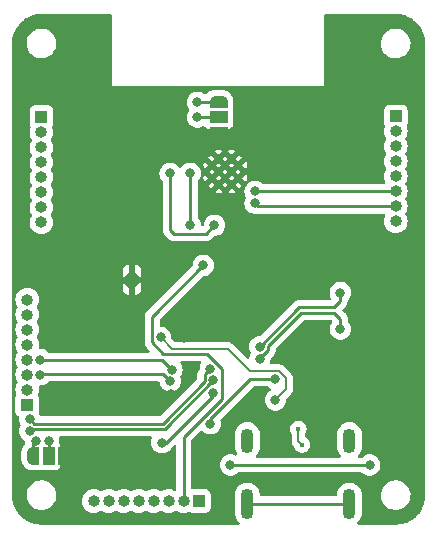
<source format=gbr>
%TF.GenerationSoftware,KiCad,Pcbnew,7.0.10*%
%TF.CreationDate,2024-01-28T17:09:24+00:00*%
%TF.ProjectId,Microll,4d696372-6f6c-46c2-9e6b-696361645f70,rev?*%
%TF.SameCoordinates,PX6422c40PY7f13bd0*%
%TF.FileFunction,Copper,L2,Bot*%
%TF.FilePolarity,Positive*%
%FSLAX46Y46*%
G04 Gerber Fmt 4.6, Leading zero omitted, Abs format (unit mm)*
G04 Created by KiCad (PCBNEW 7.0.10) date 2024-01-28 17:09:24*
%MOMM*%
%LPD*%
G01*
G04 APERTURE LIST*
G04 Aperture macros list*
%AMFreePoly0*
4,1,19,0.550000,-0.750000,0.000000,-0.750000,0.000000,-0.744911,-0.071157,-0.744911,-0.207708,-0.704816,-0.327430,-0.627875,-0.420627,-0.520320,-0.479746,-0.390866,-0.500000,-0.250000,-0.500000,0.250000,-0.479746,0.390866,-0.420627,0.520320,-0.327430,0.627875,-0.207708,0.704816,-0.071157,0.744911,0.000000,0.744911,0.000000,0.750000,0.550000,0.750000,0.550000,-0.750000,0.550000,-0.750000,
$1*%
%AMFreePoly1*
4,1,19,0.000000,0.744911,0.071157,0.744911,0.207708,0.704816,0.327430,0.627875,0.420627,0.520320,0.479746,0.390866,0.500000,0.250000,0.500000,-0.250000,0.479746,-0.390866,0.420627,-0.520320,0.327430,-0.627875,0.207708,-0.704816,0.071157,-0.744911,0.000000,-0.744911,0.000000,-0.750000,-0.550000,-0.750000,-0.550000,0.750000,0.000000,0.750000,0.000000,0.744911,0.000000,0.744911,
$1*%
G04 Aperture macros list end*
%TA.AperFunction,ComponentPad*%
%ADD10C,0.475000*%
%TD*%
%TA.AperFunction,ComponentPad*%
%ADD11R,1.000000X1.000000*%
%TD*%
%TA.AperFunction,ComponentPad*%
%ADD12O,1.000000X1.000000*%
%TD*%
%TA.AperFunction,ComponentPad*%
%ADD13O,1.100000X2.100000*%
%TD*%
%TA.AperFunction,ComponentPad*%
%ADD14O,1.100000X2.600000*%
%TD*%
%TA.AperFunction,ComponentPad*%
%ADD15C,0.500000*%
%TD*%
%TA.AperFunction,SMDPad,CuDef*%
%ADD16R,0.500000X1.600000*%
%TD*%
%TA.AperFunction,SMDPad,CuDef*%
%ADD17FreePoly0,270.000000*%
%TD*%
%TA.AperFunction,SMDPad,CuDef*%
%ADD18R,1.500000X1.000000*%
%TD*%
%TA.AperFunction,SMDPad,CuDef*%
%ADD19FreePoly1,270.000000*%
%TD*%
%TA.AperFunction,SMDPad,CuDef*%
%ADD20FreePoly0,0.000000*%
%TD*%
%TA.AperFunction,SMDPad,CuDef*%
%ADD21R,1.000000X1.500000*%
%TD*%
%TA.AperFunction,SMDPad,CuDef*%
%ADD22FreePoly1,0.000000*%
%TD*%
%TA.AperFunction,ViaPad*%
%ADD23C,0.800000*%
%TD*%
%TA.AperFunction,ViaPad*%
%ADD24C,0.400000*%
%TD*%
%TA.AperFunction,Conductor*%
%ADD25C,0.150000*%
%TD*%
%TA.AperFunction,Conductor*%
%ADD26C,0.250000*%
%TD*%
G04 APERTURE END LIST*
D10*
%TO.P,U1,TP,TP*%
%TO.N,GND*%
X14450000Y27950000D03*
X14450000Y26850000D03*
X15000000Y28500000D03*
X15000000Y27400000D03*
X15000000Y26300000D03*
X15550000Y27950000D03*
X15550000Y26850000D03*
X16100000Y28500000D03*
X16100000Y27400000D03*
X16100000Y26300000D03*
X16650000Y27950000D03*
X16650000Y26850000D03*
%TD*%
D11*
%TO.P,J3,1,Pin_1*%
%TO.N,USART_RX*%
X-1200000Y7670000D03*
D12*
%TO.P,J3,2,Pin_2*%
%TO.N,USART_TX*%
X-1200000Y8940000D03*
%TO.P,J3,3,Pin_3*%
%TO.N,/ADC1_IN0*%
X-1200000Y10210000D03*
%TO.P,J3,4,Pin_4*%
%TO.N,/ADC1_IN1*%
X-1200000Y11480000D03*
%TO.P,J3,5,Pin_5*%
%TO.N,/PA8*%
X-1200000Y12750000D03*
%TO.P,J3,6,Pin_6*%
%TO.N,/PB15*%
X-1200000Y14020000D03*
%TO.P,J3,7,Pin_7*%
%TO.N,/PB14*%
X-1200000Y15290000D03*
%TO.P,J3,8,Pin_8*%
%TO.N,/PB13*%
X-1200000Y16560000D03*
%TD*%
D11*
%TO.P,J1,1,Pin_1*%
%TO.N,/GPIO1*%
X30000000Y32060000D03*
D12*
%TO.P,J1,2,Pin_2*%
%TO.N,/GPIO2*%
X30000000Y30790000D03*
%TO.P,J1,3,Pin_3*%
%TO.N,/GPIO3*%
X30000000Y29520000D03*
%TO.P,J1,4,Pin_4*%
%TO.N,/Tx*%
X30000000Y28250000D03*
%TO.P,J1,5,Pin_5*%
%TO.N,/Rx*%
X30000000Y26980000D03*
%TO.P,J1,6,Pin_6*%
%TO.N,/GPIO7*%
X30000000Y25710000D03*
%TO.P,J1,7,Pin_7*%
%TO.N,/GPIO8*%
X30000000Y24440000D03*
%TO.P,J1,8,Pin_8*%
%TO.N,/GPIO10*%
X30000000Y23170000D03*
%TD*%
D13*
%TO.P,J4,S1,SHIELD*%
%TO.N,unconnected-(J4-SHIELD-PadS1)*%
X17430000Y4625000D03*
D14*
X17430000Y-735000D03*
D13*
X26070000Y4625000D03*
D14*
X26070000Y-735000D03*
%TD*%
D11*
%TO.P,J2,1,Pin_1*%
%TO.N,SDA*%
X13330000Y-500000D03*
D12*
%TO.P,J2,2,Pin_2*%
%TO.N,SCL*%
X12060000Y-500000D03*
%TO.P,J2,3,Pin_3*%
%TO.N,/PB5*%
X10790000Y-500000D03*
%TO.P,J2,4,Pin_4*%
%TO.N,/PB4*%
X9520000Y-500000D03*
%TO.P,J2,5,Pin_5*%
%TO.N,/PB3*%
X8250000Y-500000D03*
%TO.P,J2,6,Pin_6*%
%TO.N,/PD3*%
X6980000Y-500000D03*
%TO.P,J2,7,Pin_7*%
%TO.N,CAN_TX*%
X5710000Y-500000D03*
%TO.P,J2,8,Pin_8*%
%TO.N,CAN_RX*%
X4440000Y-500000D03*
%TD*%
D11*
%TO.P,J5,1,Pin_1*%
%TO.N,/PA2*%
X0Y32000000D03*
D12*
%TO.P,J5,2,Pin_2*%
%TO.N,/PA3*%
X0Y30730000D03*
%TO.P,J5,3,Pin_3*%
%TO.N,/DAC1_OUT1*%
X0Y29460000D03*
%TO.P,J5,4,Pin_4*%
%TO.N,SPI_SCK*%
X0Y28190000D03*
%TO.P,J5,5,Pin_5*%
%TO.N,SPI_MISO*%
X0Y26920000D03*
%TO.P,J5,6,Pin_6*%
%TO.N,SPI_MOSI*%
X0Y25650000D03*
%TO.P,J5,7,Pin_7*%
%TO.N,/PB0*%
X0Y24380000D03*
%TO.P,J5,8,Pin_8*%
%TO.N,/PB1*%
X0Y23110000D03*
%TD*%
D15*
%TO.P,U2,7,PAD*%
%TO.N,GND*%
X7650000Y17682500D03*
D16*
X7650000Y18232500D03*
D15*
X7650000Y18782500D03*
%TD*%
D17*
%TO.P,JP1,1,A*%
%TO.N,+3.3V*%
X15000000Y33300000D03*
D18*
%TO.P,JP1,2,C*%
%TO.N,Net-(JP1-C)*%
X15000000Y32000000D03*
D19*
%TO.P,JP1,3,B*%
%TO.N,GND*%
X15000000Y30700000D03*
%TD*%
D20*
%TO.P,JP2,1,A*%
%TO.N,+3.3V*%
X-700000Y3350000D03*
D21*
%TO.P,JP2,2,C*%
%TO.N,Net-(JP2-C)*%
X600000Y3350000D03*
D22*
%TO.P,JP2,3,B*%
%TO.N,GND*%
X1900000Y3350000D03*
%TD*%
D23*
%TO.N,GND*%
X7800000Y21650000D03*
X21937500Y11150000D03*
X24700000Y6150000D03*
X16700000Y14850000D03*
X13500000Y29250000D03*
X11000000Y8550000D03*
X12037347Y13287347D03*
X18800000Y6050000D03*
X13400000Y14850000D03*
%TO.N,+5V*%
X19800000Y8050000D03*
X10100000Y13350000D03*
D24*
%TO.N,/D+*%
X21750000Y5589372D03*
X22052989Y4282919D03*
D23*
%TO.N,SDA*%
X12600000Y27250000D03*
X10200000Y4450000D03*
X12600000Y22850000D03*
X14543398Y8668092D03*
%TO.N,SCL*%
X10900000Y27250000D03*
X13700000Y19450000D03*
X14652500Y22850000D03*
%TO.N,+3.3V*%
X13200000Y33250000D03*
X-500000Y4550000D03*
%TO.N,Net-(D1-RK)*%
X19800000Y9850000D03*
X14300000Y6050000D03*
%TO.N,Net-(JP1-C)*%
X13200000Y32000000D03*
%TO.N,/GPIO7*%
X18100000Y25710000D03*
%TO.N,/GPIO8*%
X18100000Y24709997D03*
%TO.N,/ADC1_IN0*%
X10900000Y9650000D03*
X-100000Y10210000D03*
%TO.N,/ADC1_IN1*%
X11055292Y10637778D03*
X-100000Y11480000D03*
%TO.N,Net-(JP2-C)*%
X600000Y4550000D03*
%TO.N,STM32_USB-*%
X-1000000Y6450000D03*
X14292295Y10677174D03*
X18487347Y12562653D03*
X25300000Y17150000D03*
%TO.N,STM32_USB+*%
X-1000000Y5439515D03*
X18500000Y11550000D03*
X25300000Y14050000D03*
X14565103Y9715103D03*
%TO.N,/Blue*%
X16000000Y2550000D03*
X27800000Y2550000D03*
%TD*%
D25*
%TO.N,/D+*%
X21750000Y4585908D02*
X21750000Y5589372D01*
X22052989Y4282919D02*
X21750000Y4585908D01*
%TO.N,GND*%
X7650000Y18782500D02*
X7650000Y17682500D01*
%TO.N,+5V*%
X19800000Y8050000D02*
X20700000Y8950000D01*
X11074997Y12375003D02*
X10100000Y13350000D01*
X20700000Y8950000D02*
X20700000Y9904595D01*
X20079595Y10525000D02*
X17625000Y10525000D01*
X17625000Y10525000D02*
X15774997Y12375003D01*
X15774997Y12375003D02*
X11074997Y12375003D01*
X20700000Y9904595D02*
X20079595Y10525000D01*
D26*
%TO.N,SDA*%
X14543398Y8668092D02*
X14543398Y8418398D01*
X10575000Y4450000D02*
X10200000Y4450000D01*
X14543398Y8418398D02*
X10575000Y4450000D01*
X12600000Y27250000D02*
X12600000Y22850000D01*
%TO.N,SCL*%
X13952500Y22150000D02*
X11200000Y22150000D01*
X10900000Y22450000D02*
X10900000Y27250000D01*
X9375000Y12925000D02*
X10324997Y11975003D01*
X13700000Y19450000D02*
X9375000Y15125000D01*
X15290103Y8140103D02*
X12060000Y4910000D01*
X10324997Y11975003D02*
X14019771Y11975003D01*
X14019771Y11975003D02*
X15290103Y10704671D01*
X12060000Y4910000D02*
X12060000Y-500000D01*
X11200000Y22150000D02*
X10900000Y22450000D01*
X15290103Y10704671D02*
X15290103Y8140103D01*
X9375000Y15125000D02*
X9375000Y12925000D01*
X14652500Y22850000D02*
X13952500Y22150000D01*
%TO.N,+3.3V*%
X-500000Y4550000D02*
X-700000Y4350000D01*
X15000000Y33300000D02*
X13250000Y33300000D01*
X13250000Y33300000D02*
X13200000Y33250000D01*
X-700000Y4350000D02*
X-700000Y3650000D01*
%TO.N,Net-(D1-RK)*%
X17700000Y9850000D02*
X19800000Y9850000D01*
X14300000Y6050000D02*
X14300000Y6450000D01*
X14300000Y6450000D02*
X17700000Y9850000D01*
%TO.N,unconnected-(J4-SHIELD-PadS1)*%
X26070000Y-735000D02*
X17430000Y-735000D01*
%TO.N,Net-(JP1-C)*%
X13200000Y32000000D02*
X15000000Y32000000D01*
%TO.N,/GPIO7*%
X18100000Y25710000D02*
X30000000Y25710000D01*
%TO.N,/GPIO8*%
X18100000Y24709997D02*
X18369997Y24440000D01*
X18369997Y24440000D02*
X30000000Y24440000D01*
%TO.N,/ADC1_IN0*%
X-60000Y10250000D02*
X-100000Y10210000D01*
X10900000Y9650000D02*
X10300000Y10250000D01*
X10300000Y10250000D02*
X-60000Y10250000D01*
%TO.N,/ADC1_IN1*%
X11055292Y10637778D02*
X10243070Y11450000D01*
X10243070Y11450000D02*
X-70000Y11450000D01*
X-70000Y11450000D02*
X-100000Y11480000D01*
%TO.N,Net-(JP2-C)*%
X600000Y3650000D02*
X600000Y4550000D01*
%TO.N,STM32_USB-*%
X25300000Y17150000D02*
X25300000Y16450000D01*
X24750000Y15900000D02*
X21824694Y15900000D01*
X13840103Y9626499D02*
X13840103Y10224982D01*
X13840103Y10224982D02*
X14292295Y10677174D01*
X10263101Y6049497D02*
X13840103Y9626499D01*
X25300000Y16450000D02*
X24750000Y15900000D01*
X-599497Y6049497D02*
X10263101Y6049497D01*
X21824694Y15900000D02*
X18487347Y12562653D01*
X-1000000Y6450000D02*
X-599497Y6049497D01*
%TO.N,STM32_USB+*%
X18500000Y11837653D02*
X18500000Y11550000D01*
X22011090Y15450000D02*
X19212347Y12651257D01*
X-1033568Y5439515D02*
X-873586Y5599497D01*
X19212347Y12651257D02*
X19212347Y12262348D01*
X24800000Y15450000D02*
X22011090Y15450000D01*
X25300000Y14950000D02*
X24800000Y15450000D01*
X25300000Y14050000D02*
X25300000Y14950000D01*
X18787652Y11837653D02*
X18500000Y11837653D01*
X-873586Y5599497D02*
X10449497Y5599497D01*
X19212347Y12262348D02*
X18787652Y11837653D01*
X10449497Y5599497D02*
X14565103Y9715103D01*
%TO.N,/Blue*%
X27800000Y2550000D02*
X16100000Y2550000D01*
X16100000Y2550000D02*
X16000000Y2550000D01*
%TD*%
%TA.AperFunction,Conductor*%
%TO.N,GND*%
G36*
X13492921Y11329818D02*
G01*
X13538676Y11277014D01*
X13548620Y11207856D01*
X13533269Y11163503D01*
X13465116Y11045459D01*
X13465116Y11045458D01*
X13421660Y10911714D01*
X13406621Y10865430D01*
X13396437Y10768533D01*
X13388696Y10694883D01*
X13362111Y10630269D01*
X13355770Y10622964D01*
X13330040Y10595564D01*
X13330039Y10595562D01*
X13320387Y10578006D01*
X13309713Y10561756D01*
X13297432Y10545921D01*
X13297427Y10545914D01*
X13280078Y10505824D01*
X13274941Y10495338D01*
X13253906Y10457076D01*
X13248925Y10437675D01*
X13242624Y10419272D01*
X13234665Y10400880D01*
X13234664Y10400877D01*
X13227831Y10357739D01*
X13225463Y10346308D01*
X13214604Y10304011D01*
X13214603Y10304000D01*
X13214603Y10283966D01*
X13213076Y10264567D01*
X13209943Y10244788D01*
X13209943Y10244787D01*
X13214053Y10201308D01*
X13214603Y10189639D01*
X13214603Y9936952D01*
X13194918Y9869913D01*
X13178284Y9849271D01*
X10040329Y6711316D01*
X9979006Y6677831D01*
X9952648Y6674997D01*
X-36173Y6674997D01*
X-103212Y6694682D01*
X-148967Y6747486D01*
X-154104Y6760679D01*
X-172819Y6818279D01*
X-172822Y6818285D01*
X-219054Y6898362D01*
X-235527Y6966263D01*
X-227850Y7003692D01*
X-205909Y7062517D01*
X-199500Y7122127D01*
X-199501Y8217872D01*
X-205909Y8277483D01*
X-256204Y8412331D01*
X-262233Y8420385D01*
X-286649Y8485846D01*
X-273105Y8549475D01*
X-273517Y8549645D01*
X-272594Y8551876D01*
X-272323Y8553147D01*
X-271186Y8555273D01*
X-213976Y8743868D01*
X-194659Y8940000D01*
X-213976Y9136132D01*
X-218032Y9149504D01*
X-218656Y9219371D01*
X-181408Y9278484D01*
X-118115Y9308075D01*
X-99372Y9309500D01*
X-5356Y9309500D01*
X-5354Y9309500D01*
X179803Y9348856D01*
X352730Y9425849D01*
X505864Y9537108D01*
X505866Y9537108D01*
X505866Y9537110D01*
X505871Y9537112D01*
X547616Y9583475D01*
X607101Y9620121D01*
X639764Y9624500D01*
X9885570Y9624500D01*
X9952609Y9604815D01*
X9998364Y9552011D01*
X10008889Y9513466D01*
X10014326Y9461744D01*
X10014327Y9461741D01*
X10072818Y9281723D01*
X10072821Y9281716D01*
X10167467Y9117784D01*
X10214227Y9065852D01*
X10294129Y8977112D01*
X10447265Y8865852D01*
X10447270Y8865849D01*
X10620192Y8788858D01*
X10620197Y8788856D01*
X10805354Y8749500D01*
X10805355Y8749500D01*
X10994644Y8749500D01*
X10994646Y8749500D01*
X11179803Y8788856D01*
X11352730Y8865849D01*
X11505871Y8977112D01*
X11632533Y9117784D01*
X11727179Y9281716D01*
X11785674Y9461744D01*
X11805460Y9650000D01*
X11785674Y9838256D01*
X11744545Y9964838D01*
X11742550Y10034679D01*
X11770327Y10086129D01*
X11787825Y10105562D01*
X11882471Y10269494D01*
X11940966Y10449522D01*
X11960752Y10637778D01*
X11940966Y10826034D01*
X11882471Y11006062D01*
X11827335Y11101561D01*
X11791573Y11163503D01*
X11775100Y11231404D01*
X11797953Y11297430D01*
X11852874Y11340621D01*
X11898960Y11349503D01*
X13425882Y11349503D01*
X13492921Y11329818D01*
G37*
%TD.AperFunction*%
%TA.AperFunction,Conductor*%
G36*
X5893039Y40729815D02*
G01*
X5938794Y40677011D01*
X5950000Y40625500D01*
X5950000Y34650000D01*
X23950000Y34650000D01*
X23950000Y38193670D01*
X28745710Y38193670D01*
X28775925Y37970613D01*
X28775926Y37970610D01*
X28845483Y37756535D01*
X28952146Y37558322D01*
X28952148Y37558319D01*
X29092489Y37382337D01*
X29092491Y37382336D01*
X29092492Y37382334D01*
X29262004Y37234235D01*
X29455236Y37118785D01*
X29665976Y37039693D01*
X29887450Y36999500D01*
X29887453Y36999500D01*
X30056148Y36999500D01*
X30056155Y36999500D01*
X30224188Y37014623D01*
X30224192Y37014624D01*
X30441160Y37074504D01*
X30441162Y37074505D01*
X30441170Y37074507D01*
X30643973Y37172171D01*
X30826078Y37304478D01*
X30981632Y37467175D01*
X31105635Y37655032D01*
X31194103Y37862012D01*
X31244191Y38081463D01*
X31254290Y38306330D01*
X31224075Y38529387D01*
X31154517Y38743464D01*
X31047852Y38941681D01*
X30907508Y39117666D01*
X30737996Y39265765D01*
X30544764Y39381215D01*
X30426775Y39425497D01*
X30334023Y39460308D01*
X30112550Y39500500D01*
X30112547Y39500500D01*
X29943845Y39500500D01*
X29905399Y39497040D01*
X29775813Y39485378D01*
X29775807Y39485377D01*
X29558839Y39425497D01*
X29558826Y39425492D01*
X29356033Y39327833D01*
X29356025Y39327829D01*
X29173927Y39195527D01*
X29173925Y39195526D01*
X29018366Y39032824D01*
X28894363Y38844967D01*
X28805899Y38637996D01*
X28805895Y38637983D01*
X28755810Y38418543D01*
X28755808Y38418532D01*
X28748217Y38249500D01*
X28745710Y38193670D01*
X23950000Y38193670D01*
X23950000Y40625500D01*
X23969685Y40692539D01*
X24022489Y40738294D01*
X24074000Y40749500D01*
X29996249Y40749500D01*
X30003735Y40749274D01*
X30027834Y40747817D01*
X30098669Y40743532D01*
X30099066Y40743507D01*
X30302818Y40730153D01*
X30317032Y40728390D01*
X30448459Y40704305D01*
X30450007Y40704009D01*
X30612440Y40671699D01*
X30625102Y40668477D01*
X30759678Y40626541D01*
X30762645Y40625575D01*
X30912220Y40574801D01*
X30923244Y40570462D01*
X31054556Y40511363D01*
X31058416Y40509543D01*
X31197458Y40440975D01*
X31206764Y40435880D01*
X31331185Y40360665D01*
X31335926Y40357650D01*
X31463643Y40272311D01*
X31471225Y40266820D01*
X31586211Y40176735D01*
X31591487Y40172360D01*
X31706550Y40071453D01*
X31712472Y40065906D01*
X31815904Y39962474D01*
X31821451Y39956552D01*
X31922358Y39841489D01*
X31926741Y39836203D01*
X32016818Y39721227D01*
X32022309Y39713645D01*
X32107648Y39585928D01*
X32110663Y39581187D01*
X32185878Y39456766D01*
X32190973Y39447460D01*
X32259519Y39308464D01*
X32261383Y39304511D01*
X32320458Y39173250D01*
X32324801Y39162217D01*
X32375573Y39012647D01*
X32376539Y39009680D01*
X32418470Y38875122D01*
X32421702Y38862422D01*
X32453976Y38700168D01*
X32454328Y38698328D01*
X32478386Y38567046D01*
X32480151Y38552805D01*
X32493498Y38349172D01*
X32493538Y38348550D01*
X32499274Y38253736D01*
X32499500Y38246248D01*
X32499500Y3753D01*
X32499274Y-3735D01*
X32493538Y-98548D01*
X32493498Y-99170D01*
X32480151Y-302803D01*
X32478386Y-317044D01*
X32454328Y-448326D01*
X32453976Y-450166D01*
X32421702Y-612420D01*
X32418470Y-625120D01*
X32376539Y-759678D01*
X32375573Y-762645D01*
X32324801Y-912215D01*
X32320458Y-923248D01*
X32261383Y-1054509D01*
X32259519Y-1058462D01*
X32190973Y-1197458D01*
X32185878Y-1206764D01*
X32110663Y-1331185D01*
X32107648Y-1335926D01*
X32022309Y-1463643D01*
X32016818Y-1471225D01*
X31926741Y-1586201D01*
X31922358Y-1591487D01*
X31821451Y-1706550D01*
X31815904Y-1712472D01*
X31712472Y-1815904D01*
X31706550Y-1821451D01*
X31591487Y-1922358D01*
X31586201Y-1926741D01*
X31471225Y-2016818D01*
X31463643Y-2022309D01*
X31335926Y-2107648D01*
X31331185Y-2110663D01*
X31206764Y-2185878D01*
X31197458Y-2190973D01*
X31058462Y-2259519D01*
X31054509Y-2261383D01*
X30923248Y-2320458D01*
X30912215Y-2324801D01*
X30762645Y-2375573D01*
X30759678Y-2376539D01*
X30625120Y-2418470D01*
X30612420Y-2421702D01*
X30450166Y-2453976D01*
X30448326Y-2454328D01*
X30317044Y-2478386D01*
X30302803Y-2480151D01*
X30099170Y-2493498D01*
X30098548Y-2493538D01*
X30003736Y-2499274D01*
X29996248Y-2499500D01*
X26836298Y-2499500D01*
X26769259Y-2479815D01*
X26723504Y-2427011D01*
X26713560Y-2357853D01*
X26742585Y-2294297D01*
X26757634Y-2279646D01*
X26816410Y-2231410D01*
X26831357Y-2213197D01*
X26947685Y-2071450D01*
X27045232Y-1888954D01*
X27105300Y-1690934D01*
X27120500Y-1536608D01*
X27120500Y-56330D01*
X28745710Y-56330D01*
X28775925Y-279387D01*
X28775926Y-279390D01*
X28845483Y-493465D01*
X28952146Y-691678D01*
X28952148Y-691681D01*
X29092489Y-867663D01*
X29092491Y-867664D01*
X29092492Y-867666D01*
X29262004Y-1015765D01*
X29455236Y-1131215D01*
X29631740Y-1197458D01*
X29665976Y-1210307D01*
X29887450Y-1250500D01*
X29887453Y-1250500D01*
X30056148Y-1250500D01*
X30056155Y-1250500D01*
X30224188Y-1235377D01*
X30312939Y-1210883D01*
X30441160Y-1175496D01*
X30441162Y-1175495D01*
X30441170Y-1175493D01*
X30643973Y-1077829D01*
X30826078Y-945522D01*
X30981632Y-782825D01*
X31105635Y-594968D01*
X31194103Y-387988D01*
X31244191Y-168537D01*
X31254290Y56330D01*
X31224075Y279387D01*
X31154517Y493464D01*
X31047852Y691681D01*
X30907508Y867666D01*
X30737996Y1015765D01*
X30544764Y1131215D01*
X30426775Y1175497D01*
X30334023Y1210308D01*
X30112550Y1250500D01*
X30112547Y1250500D01*
X29943845Y1250500D01*
X29905399Y1247040D01*
X29775813Y1235378D01*
X29775807Y1235377D01*
X29558839Y1175497D01*
X29558826Y1175492D01*
X29356033Y1077833D01*
X29356025Y1077829D01*
X29173927Y945527D01*
X29173925Y945526D01*
X29018366Y782824D01*
X28894363Y594967D01*
X28805899Y387996D01*
X28805895Y387983D01*
X28755810Y168543D01*
X28755808Y168532D01*
X28745880Y-52539D01*
X28745710Y-56330D01*
X27120500Y-56330D01*
X27120500Y66608D01*
X27105300Y220934D01*
X27045232Y418954D01*
X26947685Y601450D01*
X26895702Y664791D01*
X26816410Y761411D01*
X26656452Y892683D01*
X26656453Y892683D01*
X26656450Y892685D01*
X26473954Y990232D01*
X26275934Y1050300D01*
X26275932Y1050301D01*
X26275934Y1050301D01*
X26070000Y1070583D01*
X25864067Y1050301D01*
X25666043Y990231D01*
X25582400Y945522D01*
X25483550Y892685D01*
X25483548Y892684D01*
X25483547Y892683D01*
X25323589Y761411D01*
X25192317Y601453D01*
X25192315Y601450D01*
X25188850Y594967D01*
X25094769Y418957D01*
X25034699Y220933D01*
X25019500Y66605D01*
X25019500Y14500D01*
X24999815Y-52539D01*
X24947011Y-98294D01*
X24895500Y-109500D01*
X18604500Y-109500D01*
X18537461Y-89815D01*
X18491706Y-37011D01*
X18480500Y14500D01*
X18480500Y66605D01*
X18465300Y220933D01*
X18458809Y242331D01*
X18405232Y418954D01*
X18307685Y601450D01*
X18255702Y664791D01*
X18176410Y761411D01*
X18016452Y892683D01*
X18016453Y892683D01*
X18016450Y892685D01*
X17833954Y990232D01*
X17635934Y1050300D01*
X17635932Y1050301D01*
X17635934Y1050301D01*
X17430000Y1070583D01*
X17224067Y1050301D01*
X17026043Y990231D01*
X16942400Y945522D01*
X16843550Y892685D01*
X16843548Y892684D01*
X16843547Y892683D01*
X16683589Y761411D01*
X16552317Y601453D01*
X16552315Y601450D01*
X16548850Y594967D01*
X16454769Y418957D01*
X16394699Y220933D01*
X16379500Y66605D01*
X16379500Y-1536604D01*
X16394699Y-1690932D01*
X16394700Y-1690934D01*
X16454768Y-1888954D01*
X16552315Y-2071450D01*
X16552317Y-2071452D01*
X16683589Y-2231410D01*
X16742366Y-2279646D01*
X16781701Y-2337392D01*
X16783572Y-2407236D01*
X16747385Y-2467005D01*
X16684629Y-2497721D01*
X16663702Y-2499500D01*
X3752Y-2499500D01*
X-3736Y-2499274D01*
X-98550Y-2493538D01*
X-99172Y-2493498D01*
X-302805Y-2480151D01*
X-317046Y-2478386D01*
X-448328Y-2454328D01*
X-450168Y-2453976D01*
X-612422Y-2421702D01*
X-625122Y-2418470D01*
X-759680Y-2376539D01*
X-762647Y-2375573D01*
X-912217Y-2324801D01*
X-923250Y-2320458D01*
X-1054511Y-2261383D01*
X-1058464Y-2259519D01*
X-1197460Y-2190973D01*
X-1206766Y-2185878D01*
X-1331187Y-2110663D01*
X-1335928Y-2107648D01*
X-1463645Y-2022309D01*
X-1471227Y-2016818D01*
X-1586203Y-1926741D01*
X-1591489Y-1922358D01*
X-1706552Y-1821451D01*
X-1712474Y-1815904D01*
X-1815906Y-1712472D01*
X-1821453Y-1706550D01*
X-1835150Y-1690932D01*
X-1922360Y-1591487D01*
X-1926743Y-1586201D01*
X-2016820Y-1471225D01*
X-2022311Y-1463643D01*
X-2107650Y-1335926D01*
X-2110665Y-1331185D01*
X-2164377Y-1242335D01*
X-2185881Y-1206762D01*
X-2190975Y-1197458D01*
X-2259543Y-1058416D01*
X-2261363Y-1054556D01*
X-2320462Y-923244D01*
X-2324803Y-912215D01*
X-2368726Y-782823D01*
X-2375575Y-762645D01*
X-2376541Y-759678D01*
X-2397731Y-691678D01*
X-2418477Y-625102D01*
X-2421699Y-612440D01*
X-2454009Y-450007D01*
X-2454305Y-448459D01*
X-2478390Y-317032D01*
X-2480153Y-302818D01*
X-2493507Y-99066D01*
X-2493540Y-98535D01*
X-2493555Y-98294D01*
X-2496093Y-56330D01*
X-1254290Y-56330D01*
X-1224075Y-279387D01*
X-1224074Y-279390D01*
X-1154517Y-493465D01*
X-1047854Y-691678D01*
X-1047852Y-691681D01*
X-907511Y-867663D01*
X-907509Y-867664D01*
X-907508Y-867666D01*
X-737996Y-1015765D01*
X-544764Y-1131215D01*
X-368260Y-1197458D01*
X-334024Y-1210307D01*
X-112550Y-1250500D01*
X-112547Y-1250500D01*
X56148Y-1250500D01*
X56155Y-1250500D01*
X224188Y-1235377D01*
X312939Y-1210883D01*
X441160Y-1175496D01*
X441162Y-1175495D01*
X441170Y-1175493D01*
X643973Y-1077829D01*
X826078Y-945522D01*
X981632Y-782825D01*
X1105635Y-594968D01*
X1194103Y-387988D01*
X1244191Y-168537D01*
X1254290Y56330D01*
X1224075Y279387D01*
X1154517Y493464D01*
X1047852Y691681D01*
X907508Y867666D01*
X737996Y1015765D01*
X544764Y1131215D01*
X426775Y1175497D01*
X334023Y1210308D01*
X112550Y1250500D01*
X112547Y1250500D01*
X-56155Y1250500D01*
X-94601Y1247040D01*
X-224187Y1235378D01*
X-224193Y1235377D01*
X-441161Y1175497D01*
X-441174Y1175492D01*
X-643967Y1077833D01*
X-643975Y1077829D01*
X-826073Y945527D01*
X-826075Y945526D01*
X-981634Y782824D01*
X-1105637Y594967D01*
X-1194101Y387996D01*
X-1194105Y387983D01*
X-1244190Y168543D01*
X-1244192Y168532D01*
X-1254120Y-52539D01*
X-1254290Y-56330D01*
X-2496093Y-56330D01*
X-2499274Y-3735D01*
X-2499500Y3751D01*
X-2499500Y8940000D01*
X-2205341Y8940000D01*
X-2186025Y8743871D01*
X-2186024Y8743868D01*
X-2133200Y8569730D01*
X-2128813Y8555271D01*
X-2127679Y8553150D01*
X-2127420Y8551906D01*
X-2126482Y8549641D01*
X-2126912Y8549464D01*
X-2113436Y8484747D01*
X-2137767Y8420386D01*
X-2143795Y8412334D01*
X-2143798Y8412329D01*
X-2194092Y8277483D01*
X-2198309Y8238256D01*
X-2200499Y8217877D01*
X-2200500Y8217865D01*
X-2200500Y7122130D01*
X-2200499Y7122124D01*
X-2194092Y7062517D01*
X-2143798Y6927672D01*
X-2143794Y6927665D01*
X-2121857Y6898362D01*
X-2057546Y6812454D01*
X-1942331Y6726204D01*
X-1942330Y6726204D01*
X-1937608Y6722669D01*
X-1895737Y6666735D01*
X-1888598Y6610441D01*
X-1905184Y6452623D01*
X-1905460Y6450000D01*
X-1885674Y6261744D01*
X-1885673Y6261741D01*
X-1827179Y6081715D01*
X-1783903Y6006758D01*
X-1767430Y5938857D01*
X-1783902Y5882759D01*
X-1827180Y5807799D01*
X-1885673Y5627775D01*
X-1885674Y5627771D01*
X-1905460Y5439515D01*
X-1885674Y5251259D01*
X-1885673Y5251256D01*
X-1827182Y5071238D01*
X-1827179Y5071231D01*
X-1732533Y4907299D01*
X-1665048Y4832350D01*
X-1605871Y4766627D01*
X-1456444Y4658062D01*
X-1413778Y4602732D01*
X-1407578Y4556497D01*
X-1405460Y4556497D01*
X-1405460Y4550002D01*
X-1405460Y4550000D01*
X-1396123Y4461158D01*
X-1389668Y4399744D01*
X-1402238Y4331014D01*
X-1419275Y4305582D01*
X-1507089Y4204237D01*
X-1507104Y4204217D01*
X-1584898Y4083167D01*
X-1584911Y4083144D01*
X-1645002Y3951562D01*
X-1645880Y3948120D01*
X-1685179Y3814283D01*
X-1685182Y3814273D01*
X-1705642Y3671962D01*
X-1705642Y3615603D01*
X-1705647Y3615586D01*
X-1705647Y3084444D01*
X-1705642Y3084397D01*
X-1705642Y3028038D01*
X-1689861Y2918278D01*
X-1686442Y2894501D01*
X-1686442Y2894498D01*
X-1685181Y2885724D01*
X-1644633Y2747632D01*
X-1644628Y2747619D01*
X-1584911Y2616857D01*
X-1584898Y2616834D01*
X-1507104Y2495784D01*
X-1507101Y2495780D01*
X-1507097Y2495774D01*
X-1507092Y2495769D01*
X-1507088Y2495763D01*
X-1504276Y2492518D01*
X-1412943Y2387113D01*
X-1412940Y2387110D01*
X-1304170Y2292861D01*
X-1243693Y2253995D01*
X-1183222Y2215132D01*
X-1183220Y2215132D01*
X-1183216Y2215129D01*
X-1052300Y2155342D01*
X-914345Y2114835D01*
X-771889Y2094353D01*
X-771886Y2094353D01*
X-150000Y2094353D01*
X-78039Y2099500D01*
X-65987Y2103040D01*
X-15449Y2104393D01*
X-15196Y2106738D01*
X1387Y2104956D01*
X52127Y2099500D01*
X1147872Y2099501D01*
X1207483Y2105909D01*
X1342331Y2156204D01*
X1457546Y2242454D01*
X1543796Y2357669D01*
X1594091Y2492517D01*
X1600500Y2552127D01*
X1600499Y4147872D01*
X1594091Y4207483D01*
X1581317Y4241731D01*
X1543797Y4342329D01*
X1543795Y4342332D01*
X1520176Y4373883D01*
X1495758Y4439347D01*
X1496120Y4461144D01*
X1505460Y4550000D01*
X1485674Y4738256D01*
X1461816Y4811681D01*
X1459822Y4881520D01*
X1495902Y4941353D01*
X1558603Y4972181D01*
X1579748Y4973997D01*
X9252744Y4973997D01*
X9319783Y4954312D01*
X9365538Y4901508D01*
X9375482Y4832350D01*
X9370675Y4811679D01*
X9318438Y4650910D01*
X9314326Y4638256D01*
X9294540Y4450000D01*
X9314326Y4261744D01*
X9314327Y4261741D01*
X9372818Y4081723D01*
X9372821Y4081716D01*
X9467467Y3917784D01*
X9560669Y3814273D01*
X9594129Y3777112D01*
X9747265Y3665852D01*
X9747270Y3665849D01*
X9920192Y3588858D01*
X9920197Y3588856D01*
X10105354Y3549500D01*
X10105355Y3549500D01*
X10294644Y3549500D01*
X10294646Y3549500D01*
X10479803Y3588856D01*
X10652730Y3665849D01*
X10805871Y3777112D01*
X10932533Y3917784D01*
X10932537Y3917793D01*
X10936352Y3923041D01*
X10936822Y3922700D01*
X10956711Y3945496D01*
X10955898Y3946308D01*
X10961417Y3951829D01*
X10961420Y3951830D01*
X10975589Y3966001D01*
X10990379Y3978632D01*
X11006587Y3990406D01*
X11034438Y4024074D01*
X11042279Y4032691D01*
X11222820Y4213231D01*
X11284142Y4246715D01*
X11353834Y4241731D01*
X11409767Y4199859D01*
X11434184Y4134395D01*
X11434500Y4125549D01*
X11434500Y496845D01*
X11414815Y429806D01*
X11362011Y384051D01*
X11292853Y374107D01*
X11252048Y387486D01*
X11174731Y428812D01*
X11174730Y428813D01*
X11174727Y428814D01*
X10986132Y486024D01*
X10986129Y486025D01*
X10790000Y505341D01*
X10593870Y486025D01*
X10405266Y428812D01*
X10231467Y335914D01*
X10226399Y332527D01*
X10225305Y334164D01*
X10169337Y310404D01*
X10100471Y322205D01*
X10083843Y332891D01*
X10083601Y332527D01*
X10078532Y335914D01*
X9904733Y428812D01*
X9904727Y428814D01*
X9716132Y486024D01*
X9716129Y486025D01*
X9520000Y505341D01*
X9323870Y486025D01*
X9135266Y428812D01*
X8961467Y335914D01*
X8956399Y332527D01*
X8955305Y334164D01*
X8899337Y310404D01*
X8830471Y322205D01*
X8813843Y332891D01*
X8813601Y332527D01*
X8808532Y335914D01*
X8634733Y428812D01*
X8634727Y428814D01*
X8446132Y486024D01*
X8446129Y486025D01*
X8250000Y505341D01*
X8053870Y486025D01*
X7865266Y428812D01*
X7691467Y335914D01*
X7686399Y332527D01*
X7685305Y334164D01*
X7629337Y310404D01*
X7560471Y322205D01*
X7543843Y332891D01*
X7543601Y332527D01*
X7538532Y335914D01*
X7364733Y428812D01*
X7364727Y428814D01*
X7176132Y486024D01*
X7176129Y486025D01*
X6980000Y505341D01*
X6783870Y486025D01*
X6595266Y428812D01*
X6421467Y335914D01*
X6416399Y332527D01*
X6415305Y334164D01*
X6359337Y310404D01*
X6290471Y322205D01*
X6273843Y332891D01*
X6273601Y332527D01*
X6268532Y335914D01*
X6094733Y428812D01*
X6094727Y428814D01*
X5906132Y486024D01*
X5906129Y486025D01*
X5710000Y505341D01*
X5513870Y486025D01*
X5325266Y428812D01*
X5151467Y335914D01*
X5146399Y332527D01*
X5145305Y334164D01*
X5089337Y310404D01*
X5020471Y322205D01*
X5003843Y332891D01*
X5003601Y332527D01*
X4998532Y335914D01*
X4824733Y428812D01*
X4824727Y428814D01*
X4636132Y486024D01*
X4636129Y486025D01*
X4440000Y505341D01*
X4243870Y486025D01*
X4055266Y428812D01*
X3881467Y335914D01*
X3881460Y335910D01*
X3729116Y210884D01*
X3604090Y58540D01*
X3604086Y58533D01*
X3511188Y-115266D01*
X3453975Y-303870D01*
X3434659Y-500000D01*
X3453975Y-696129D01*
X3511188Y-884733D01*
X3604086Y-1058532D01*
X3604090Y-1058539D01*
X3729116Y-1210883D01*
X3881460Y-1335909D01*
X3881467Y-1335913D01*
X4055266Y-1428811D01*
X4055269Y-1428811D01*
X4055273Y-1428814D01*
X4243868Y-1486024D01*
X4440000Y-1505341D01*
X4636132Y-1486024D01*
X4824727Y-1428814D01*
X4998538Y-1335910D01*
X4998544Y-1335904D01*
X5003607Y-1332523D01*
X5004703Y-1334164D01*
X5060639Y-1310405D01*
X5129507Y-1322194D01*
X5146148Y-1332888D01*
X5146393Y-1332523D01*
X5151458Y-1335907D01*
X5151462Y-1335910D01*
X5296501Y-1413435D01*
X5323147Y-1427678D01*
X5325273Y-1428814D01*
X5513868Y-1486024D01*
X5710000Y-1505341D01*
X5906132Y-1486024D01*
X6094727Y-1428814D01*
X6268538Y-1335910D01*
X6268544Y-1335904D01*
X6273607Y-1332523D01*
X6274703Y-1334164D01*
X6330639Y-1310405D01*
X6399507Y-1322194D01*
X6416148Y-1332888D01*
X6416393Y-1332523D01*
X6421458Y-1335907D01*
X6421462Y-1335910D01*
X6566501Y-1413435D01*
X6593147Y-1427678D01*
X6595273Y-1428814D01*
X6783868Y-1486024D01*
X6980000Y-1505341D01*
X7176132Y-1486024D01*
X7364727Y-1428814D01*
X7538538Y-1335910D01*
X7538544Y-1335904D01*
X7543607Y-1332523D01*
X7544703Y-1334164D01*
X7600639Y-1310405D01*
X7669507Y-1322194D01*
X7686148Y-1332888D01*
X7686393Y-1332523D01*
X7691458Y-1335907D01*
X7691462Y-1335910D01*
X7836501Y-1413435D01*
X7863147Y-1427678D01*
X7865273Y-1428814D01*
X8053868Y-1486024D01*
X8250000Y-1505341D01*
X8446132Y-1486024D01*
X8634727Y-1428814D01*
X8808538Y-1335910D01*
X8808544Y-1335904D01*
X8813607Y-1332523D01*
X8814703Y-1334164D01*
X8870639Y-1310405D01*
X8939507Y-1322194D01*
X8956148Y-1332888D01*
X8956393Y-1332523D01*
X8961458Y-1335907D01*
X8961462Y-1335910D01*
X9106501Y-1413435D01*
X9133147Y-1427678D01*
X9135273Y-1428814D01*
X9323868Y-1486024D01*
X9520000Y-1505341D01*
X9716132Y-1486024D01*
X9904727Y-1428814D01*
X10078538Y-1335910D01*
X10078544Y-1335904D01*
X10083607Y-1332523D01*
X10084703Y-1334164D01*
X10140639Y-1310405D01*
X10209507Y-1322194D01*
X10226148Y-1332888D01*
X10226393Y-1332523D01*
X10231458Y-1335907D01*
X10231462Y-1335910D01*
X10376501Y-1413435D01*
X10403147Y-1427678D01*
X10405273Y-1428814D01*
X10593868Y-1486024D01*
X10790000Y-1505341D01*
X10986132Y-1486024D01*
X11174727Y-1428814D01*
X11348538Y-1335910D01*
X11348544Y-1335904D01*
X11353607Y-1332523D01*
X11354703Y-1334164D01*
X11410639Y-1310405D01*
X11479507Y-1322194D01*
X11496148Y-1332888D01*
X11496393Y-1332523D01*
X11501458Y-1335907D01*
X11501462Y-1335910D01*
X11646501Y-1413435D01*
X11673147Y-1427678D01*
X11675273Y-1428814D01*
X11863868Y-1486024D01*
X12060000Y-1505341D01*
X12256132Y-1486024D01*
X12444727Y-1428814D01*
X12446853Y-1427677D01*
X12448095Y-1427418D01*
X12450355Y-1426483D01*
X12450532Y-1426911D01*
X12515254Y-1413435D01*
X12579615Y-1437767D01*
X12587669Y-1443796D01*
X12587672Y-1443797D01*
X12722517Y-1494091D01*
X12722516Y-1494091D01*
X12729444Y-1494835D01*
X12782127Y-1500500D01*
X13877872Y-1500499D01*
X13937483Y-1494091D01*
X14072331Y-1443796D01*
X14187546Y-1357546D01*
X14273796Y-1242331D01*
X14324091Y-1107483D01*
X14330500Y-1047873D01*
X14330499Y47872D01*
X14324091Y107483D01*
X14301321Y168532D01*
X14273797Y242329D01*
X14273793Y242336D01*
X14187547Y357545D01*
X14187544Y357548D01*
X14072335Y443794D01*
X14072328Y443798D01*
X13937482Y494092D01*
X13937483Y494092D01*
X13877883Y500499D01*
X13877881Y500500D01*
X13877873Y500500D01*
X13877865Y500500D01*
X12809500Y500500D01*
X12742461Y520185D01*
X12696706Y572989D01*
X12685500Y624500D01*
X12685500Y2550000D01*
X15094540Y2550000D01*
X15114326Y2361744D01*
X15114327Y2361741D01*
X15172818Y2181723D01*
X15172821Y2181716D01*
X15267467Y2017784D01*
X15369185Y1904815D01*
X15394129Y1877112D01*
X15547265Y1765852D01*
X15547270Y1765849D01*
X15720192Y1688858D01*
X15720197Y1688856D01*
X15905354Y1649500D01*
X15905355Y1649500D01*
X16094644Y1649500D01*
X16094646Y1649500D01*
X16279803Y1688856D01*
X16452730Y1765849D01*
X16605871Y1877112D01*
X16608788Y1880353D01*
X16611600Y1883474D01*
X16671087Y1920121D01*
X16703748Y1924500D01*
X27096252Y1924500D01*
X27163291Y1904815D01*
X27188400Y1883474D01*
X27194126Y1877115D01*
X27194130Y1877111D01*
X27347265Y1765852D01*
X27347270Y1765849D01*
X27520192Y1688858D01*
X27520197Y1688856D01*
X27705354Y1649500D01*
X27705355Y1649500D01*
X27894644Y1649500D01*
X27894646Y1649500D01*
X28079803Y1688856D01*
X28252730Y1765849D01*
X28405871Y1877112D01*
X28532533Y2017784D01*
X28627179Y2181716D01*
X28685674Y2361744D01*
X28705460Y2550000D01*
X28685674Y2738256D01*
X28627179Y2918284D01*
X28532533Y3082216D01*
X28405871Y3222888D01*
X28405870Y3222889D01*
X28252734Y3334149D01*
X28252729Y3334152D01*
X28079807Y3411143D01*
X28079802Y3411145D01*
X27934001Y3442135D01*
X27894646Y3450500D01*
X27705354Y3450500D01*
X27672897Y3443602D01*
X27520197Y3411145D01*
X27520192Y3411143D01*
X27347270Y3334152D01*
X27347265Y3334149D01*
X27194130Y3222890D01*
X27194126Y3222886D01*
X27188400Y3216526D01*
X27128913Y3179879D01*
X27096252Y3175500D01*
X26911915Y3175500D01*
X26844876Y3195185D01*
X26799121Y3247989D01*
X26789177Y3317147D01*
X26816061Y3378164D01*
X26856710Y3427697D01*
X26947685Y3538550D01*
X27045232Y3721046D01*
X27105300Y3919066D01*
X27120500Y4073392D01*
X27120500Y5176608D01*
X27105300Y5330934D01*
X27045232Y5528954D01*
X26947685Y5711450D01*
X26868614Y5807799D01*
X26816410Y5871411D01*
X26656452Y6002683D01*
X26656453Y6002683D01*
X26656450Y6002685D01*
X26473954Y6100232D01*
X26275934Y6160300D01*
X26275932Y6160301D01*
X26275934Y6160301D01*
X26070000Y6180583D01*
X25864067Y6160301D01*
X25666043Y6100231D01*
X25572069Y6050000D01*
X25483550Y6002685D01*
X25483548Y6002684D01*
X25483547Y6002683D01*
X25323589Y5871411D01*
X25192317Y5711453D01*
X25192315Y5711450D01*
X25176422Y5681716D01*
X25094769Y5528957D01*
X25034699Y5330933D01*
X25023251Y5214702D01*
X25020707Y5188856D01*
X25019500Y5176605D01*
X25019500Y4073396D01*
X25034699Y3919068D01*
X25035089Y3917783D01*
X25094768Y3721046D01*
X25192315Y3538550D01*
X25192317Y3538548D01*
X25323939Y3378164D01*
X25351251Y3313854D01*
X25339460Y3244987D01*
X25292307Y3193427D01*
X25228085Y3175500D01*
X18271915Y3175500D01*
X18204876Y3195185D01*
X18159121Y3247989D01*
X18149177Y3317147D01*
X18176061Y3378164D01*
X18216710Y3427697D01*
X18307685Y3538550D01*
X18405232Y3721046D01*
X18465300Y3919066D01*
X18480500Y4073392D01*
X18480500Y5176608D01*
X18465300Y5330934D01*
X18405232Y5528954D01*
X18372938Y5589372D01*
X21044355Y5589372D01*
X21064859Y5420503D01*
X21064860Y5420498D01*
X21125182Y5261441D01*
X21152549Y5221795D01*
X21174433Y5155441D01*
X21174500Y5151354D01*
X21174500Y4631748D01*
X21173439Y4615563D01*
X21169535Y4585911D01*
X21173969Y4552226D01*
X21173988Y4552073D01*
X21185958Y4461158D01*
X21189313Y4435672D01*
X21241346Y4310053D01*
X21247301Y4295678D01*
X21247304Y4295672D01*
X21318851Y4202429D01*
X21318865Y4202413D01*
X21339549Y4175457D01*
X21343676Y4170079D01*
X21363811Y4120770D01*
X21366056Y4121323D01*
X21367849Y4114045D01*
X21428171Y3954989D01*
X21428171Y3954988D01*
X21490464Y3864742D01*
X21524806Y3814990D01*
X21567562Y3777112D01*
X21652139Y3702183D01*
X21802762Y3623130D01*
X21802764Y3623129D01*
X21967933Y3582419D01*
X22138045Y3582419D01*
X22303214Y3623129D01*
X22396257Y3671962D01*
X22453838Y3702183D01*
X22453839Y3702185D01*
X22453841Y3702185D01*
X22581172Y3814990D01*
X22677807Y3954989D01*
X22738129Y4114047D01*
X22758634Y4282919D01*
X22738129Y4451791D01*
X22677807Y4610849D01*
X22663381Y4631748D01*
X22639333Y4666588D01*
X22581172Y4750848D01*
X22453841Y4863653D01*
X22391872Y4896178D01*
X22341661Y4944763D01*
X22325500Y5005973D01*
X22325500Y5151354D01*
X22345185Y5218393D01*
X22347451Y5221795D01*
X22374817Y5261441D01*
X22374816Y5261441D01*
X22374818Y5261442D01*
X22435140Y5420500D01*
X22455645Y5589372D01*
X22435140Y5758244D01*
X22416346Y5807799D01*
X22374817Y5917304D01*
X22315882Y6002685D01*
X22278183Y6057301D01*
X22150852Y6170106D01*
X22150849Y6170109D01*
X22000226Y6249162D01*
X21835056Y6289872D01*
X21664944Y6289872D01*
X21499773Y6249162D01*
X21349150Y6170109D01*
X21221816Y6057300D01*
X21125182Y5917304D01*
X21064860Y5758247D01*
X21064859Y5758242D01*
X21044355Y5589372D01*
X18372938Y5589372D01*
X18307685Y5711450D01*
X18228614Y5807799D01*
X18176410Y5871411D01*
X18016452Y6002683D01*
X18016453Y6002683D01*
X18016450Y6002685D01*
X17833954Y6100232D01*
X17635934Y6160300D01*
X17635932Y6160301D01*
X17635934Y6160301D01*
X17430000Y6180583D01*
X17224067Y6160301D01*
X17026043Y6100231D01*
X16932069Y6050000D01*
X16843550Y6002685D01*
X16843548Y6002684D01*
X16843547Y6002683D01*
X16683589Y5871411D01*
X16552317Y5711453D01*
X16552315Y5711450D01*
X16536422Y5681716D01*
X16454769Y5528957D01*
X16394699Y5330933D01*
X16383251Y5214702D01*
X16380707Y5188856D01*
X16379500Y5176605D01*
X16379500Y4073396D01*
X16394699Y3919068D01*
X16454769Y3721044D01*
X16464851Y3702183D01*
X16552315Y3538550D01*
X16552316Y3538549D01*
X16555187Y3533178D01*
X16553394Y3532220D01*
X16571488Y3474409D01*
X16552994Y3407032D01*
X16501009Y3360348D01*
X16432038Y3349181D01*
X16397071Y3358933D01*
X16279807Y3411143D01*
X16279802Y3411145D01*
X16134001Y3442135D01*
X16094646Y3450500D01*
X15905354Y3450500D01*
X15872897Y3443602D01*
X15720197Y3411145D01*
X15720192Y3411143D01*
X15547270Y3334152D01*
X15547265Y3334149D01*
X15394129Y3222889D01*
X15267466Y3082215D01*
X15172821Y2918285D01*
X15172818Y2918278D01*
X15117368Y2747619D01*
X15114326Y2738256D01*
X15094540Y2550000D01*
X12685500Y2550000D01*
X12685500Y4599549D01*
X12705185Y4666588D01*
X12721815Y4687226D01*
X13467920Y5433332D01*
X13529241Y5466815D01*
X13598932Y5461831D01*
X13647748Y5428622D01*
X13694128Y5377113D01*
X13694129Y5377112D01*
X13847265Y5265852D01*
X13847270Y5265849D01*
X14020192Y5188858D01*
X14020197Y5188856D01*
X14205354Y5149500D01*
X14205355Y5149500D01*
X14394644Y5149500D01*
X14394646Y5149500D01*
X14579803Y5188856D01*
X14752730Y5265849D01*
X14905871Y5377112D01*
X15032533Y5517784D01*
X15127179Y5681716D01*
X15185674Y5861744D01*
X15205460Y6050000D01*
X15185674Y6238256D01*
X15156960Y6326625D01*
X15154966Y6396465D01*
X15187209Y6452621D01*
X17922772Y9188181D01*
X17984095Y9221666D01*
X18010453Y9224500D01*
X19096252Y9224500D01*
X19163291Y9204815D01*
X19188400Y9183474D01*
X19194126Y9177115D01*
X19194130Y9177111D01*
X19347265Y9065852D01*
X19347267Y9065851D01*
X19347270Y9065849D01*
X19353043Y9063279D01*
X19406280Y9018028D01*
X19426600Y8951178D01*
X19407554Y8883955D01*
X19355187Y8837700D01*
X19353072Y8836735D01*
X19350151Y8835434D01*
X19347267Y8834150D01*
X19347265Y8834149D01*
X19194129Y8722889D01*
X19067466Y8582215D01*
X18972821Y8418285D01*
X18972818Y8418278D01*
X18914327Y8238260D01*
X18914326Y8238256D01*
X18894540Y8050000D01*
X18914326Y7861744D01*
X18914327Y7861741D01*
X18972818Y7681723D01*
X18972821Y7681716D01*
X19067467Y7517784D01*
X19194129Y7377112D01*
X19347265Y7265852D01*
X19347270Y7265849D01*
X19520192Y7188858D01*
X19520197Y7188856D01*
X19705354Y7149500D01*
X19705355Y7149500D01*
X19894644Y7149500D01*
X19894646Y7149500D01*
X20079803Y7188856D01*
X20252730Y7265849D01*
X20405871Y7377112D01*
X20532533Y7517784D01*
X20627179Y7681716D01*
X20685674Y7861744D01*
X20705460Y8050000D01*
X20702932Y8074053D01*
X20715502Y8142782D01*
X20738569Y8174691D01*
X21074527Y8510649D01*
X21086706Y8521330D01*
X21110451Y8539549D01*
X21127394Y8561630D01*
X21127405Y8561642D01*
X21161926Y8606633D01*
X21202698Y8659767D01*
X21260687Y8799764D01*
X21261463Y8805661D01*
X21275500Y8912280D01*
X21275500Y8912286D01*
X21280465Y8950000D01*
X21280439Y8950194D01*
X21276561Y8979655D01*
X21275500Y8995840D01*
X21275500Y9858756D01*
X21276561Y9874942D01*
X21280465Y9904596D01*
X21280465Y9904597D01*
X21276031Y9938276D01*
X21276030Y9938290D01*
X21272535Y9964838D01*
X21260687Y10054831D01*
X21202698Y10194828D01*
X21202697Y10194829D01*
X21202697Y10194830D01*
X21188545Y10213273D01*
X21131155Y10288066D01*
X21131138Y10288087D01*
X21110449Y10315048D01*
X21086717Y10333258D01*
X21074522Y10343953D01*
X20518954Y10899521D01*
X20508260Y10911714D01*
X20500780Y10921462D01*
X20490046Y10935451D01*
X20490043Y10935453D01*
X20490042Y10935455D01*
X20463094Y10956133D01*
X20463085Y10956140D01*
X20419248Y10989777D01*
X20369828Y11027698D01*
X20369825Y11027699D01*
X20369823Y11027701D01*
X20326953Y11045458D01*
X20326952Y11045458D01*
X20229831Y11085687D01*
X20206685Y11088735D01*
X20113430Y11101012D01*
X20113277Y11101031D01*
X20102244Y11102484D01*
X20079595Y11105465D01*
X20079593Y11105465D01*
X20079592Y11105465D01*
X20049940Y11101561D01*
X20033755Y11100500D01*
X19471462Y11100500D01*
X19404423Y11120185D01*
X19358668Y11172989D01*
X19348724Y11242147D01*
X19353531Y11262818D01*
X19364777Y11297430D01*
X19385674Y11361744D01*
X19403321Y11529655D01*
X19429905Y11594268D01*
X19438944Y11604356D01*
X19596136Y11761549D01*
X19608388Y11771361D01*
X19608205Y11771583D01*
X19614217Y11776558D01*
X19614224Y11776562D01*
X19660296Y11825626D01*
X19662913Y11828325D01*
X19682467Y11847877D01*
X19684923Y11851045D01*
X19692503Y11859921D01*
X19722409Y11891766D01*
X19732060Y11909324D01*
X19742743Y11925587D01*
X19755020Y11941412D01*
X19772368Y11981504D01*
X19777498Y11991977D01*
X19798544Y12030256D01*
X19803527Y12049668D01*
X19809828Y12068068D01*
X19817784Y12086452D01*
X19824617Y12129600D01*
X19826980Y12141010D01*
X19837847Y12183329D01*
X19837847Y12203365D01*
X19839374Y12222766D01*
X19839864Y12225858D01*
X19842507Y12242544D01*
X19838397Y12286024D01*
X19837847Y12297693D01*
X19837847Y12340805D01*
X19857532Y12407844D01*
X19874166Y12428486D01*
X22233862Y14788181D01*
X22295185Y14821666D01*
X22321543Y14824500D01*
X24489548Y14824500D01*
X24556587Y14804815D01*
X24577229Y14788181D01*
X24586471Y14778939D01*
X24619956Y14717616D01*
X24614972Y14647924D01*
X24590941Y14608287D01*
X24567468Y14582218D01*
X24567464Y14582213D01*
X24472821Y14418285D01*
X24472818Y14418278D01*
X24424700Y14270185D01*
X24414326Y14238256D01*
X24394540Y14050000D01*
X24414326Y13861744D01*
X24414327Y13861741D01*
X24472818Y13681723D01*
X24472821Y13681716D01*
X24567467Y13517784D01*
X24687027Y13385000D01*
X24694129Y13377112D01*
X24847265Y13265852D01*
X24847270Y13265849D01*
X25020192Y13188858D01*
X25020197Y13188856D01*
X25205354Y13149500D01*
X25205355Y13149500D01*
X25394644Y13149500D01*
X25394646Y13149500D01*
X25579803Y13188856D01*
X25752730Y13265849D01*
X25905871Y13377112D01*
X26032533Y13517784D01*
X26127179Y13681716D01*
X26185674Y13861744D01*
X26205460Y14050000D01*
X26185674Y14238256D01*
X26127179Y14418284D01*
X26032533Y14582216D01*
X25979929Y14640639D01*
X25957350Y14665716D01*
X25927120Y14728708D01*
X25925500Y14748688D01*
X25925500Y14867258D01*
X25927224Y14882878D01*
X25926939Y14882904D01*
X25927671Y14890660D01*
X25927673Y14890667D01*
X25925561Y14957874D01*
X25925500Y14961769D01*
X25925500Y14989346D01*
X25925500Y14989350D01*
X25924996Y14993335D01*
X25924080Y15004979D01*
X25922709Y15048627D01*
X25917122Y15067856D01*
X25913174Y15086916D01*
X25910663Y15106796D01*
X25894588Y15147396D01*
X25890804Y15158448D01*
X25878618Y15200391D01*
X25878616Y15200394D01*
X25868423Y15217629D01*
X25859861Y15235106D01*
X25852487Y15253731D01*
X25826816Y15289063D01*
X25820405Y15298823D01*
X25798170Y15336420D01*
X25798168Y15336422D01*
X25798165Y15336426D01*
X25784006Y15350585D01*
X25771368Y15365381D01*
X25759594Y15381587D01*
X25725940Y15409428D01*
X25717299Y15417291D01*
X25522271Y15612320D01*
X25488786Y15673643D01*
X25493770Y15743335D01*
X25522271Y15787682D01*
X25683787Y15949198D01*
X25696042Y15959014D01*
X25695859Y15959236D01*
X25701868Y15964209D01*
X25701877Y15964214D01*
X25747949Y16013278D01*
X25750566Y16015977D01*
X25770120Y16035529D01*
X25772576Y16038697D01*
X25780156Y16047573D01*
X25810062Y16079418D01*
X25819713Y16096976D01*
X25830396Y16113239D01*
X25842673Y16129064D01*
X25860021Y16169156D01*
X25865151Y16179629D01*
X25886197Y16217908D01*
X25891180Y16237320D01*
X25897481Y16255720D01*
X25905437Y16274104D01*
X25912270Y16317252D01*
X25914633Y16328662D01*
X25925500Y16370981D01*
X25925500Y16391017D01*
X25927027Y16410418D01*
X25930160Y16430196D01*
X25928961Y16442878D01*
X25942249Y16511471D01*
X25960262Y16537520D01*
X26032533Y16617784D01*
X26127179Y16781716D01*
X26185674Y16961744D01*
X26205460Y17150000D01*
X26185674Y17338256D01*
X26127179Y17518284D01*
X26032533Y17682216D01*
X25905871Y17822888D01*
X25905870Y17822889D01*
X25752734Y17934149D01*
X25752729Y17934152D01*
X25579807Y18011143D01*
X25579802Y18011145D01*
X25434001Y18042135D01*
X25394646Y18050500D01*
X25205354Y18050500D01*
X25172897Y18043602D01*
X25020197Y18011145D01*
X25020192Y18011143D01*
X24847270Y17934152D01*
X24847265Y17934149D01*
X24694129Y17822889D01*
X24567466Y17682215D01*
X24472821Y17518285D01*
X24472818Y17518278D01*
X24429402Y17384656D01*
X24414326Y17338256D01*
X24394540Y17150000D01*
X24414326Y16961744D01*
X24414327Y16961741D01*
X24472818Y16781723D01*
X24472823Y16781711D01*
X24513360Y16711499D01*
X24529833Y16643599D01*
X24506980Y16577572D01*
X24452059Y16534382D01*
X24405973Y16525500D01*
X21907431Y16525500D01*
X21891814Y16527224D01*
X21891787Y16526938D01*
X21884025Y16527673D01*
X21816838Y16525561D01*
X21812944Y16525500D01*
X21785344Y16525500D01*
X21781656Y16525035D01*
X21781343Y16524995D01*
X21769725Y16524082D01*
X21726066Y16522710D01*
X21726063Y16522709D01*
X21706820Y16517119D01*
X21687777Y16513175D01*
X21667898Y16510664D01*
X21667897Y16510663D01*
X21627287Y16494585D01*
X21616242Y16490803D01*
X21574302Y16478617D01*
X21574298Y16478615D01*
X21557059Y16468420D01*
X21539592Y16459863D01*
X21520963Y16452488D01*
X21520961Y16452486D01*
X21485620Y16426811D01*
X21475862Y16420401D01*
X21438274Y16398172D01*
X21424102Y16384000D01*
X21409317Y16371372D01*
X21408779Y16370981D01*
X21398990Y16363868D01*
X21393106Y16359593D01*
X21365265Y16325941D01*
X21357405Y16317304D01*
X18539575Y13499472D01*
X18478252Y13465987D01*
X18451894Y13463153D01*
X18392701Y13463153D01*
X18360926Y13456399D01*
X18207544Y13423798D01*
X18207539Y13423796D01*
X18034617Y13346805D01*
X18034612Y13346802D01*
X17881476Y13235542D01*
X17754813Y13094868D01*
X17660168Y12930938D01*
X17660165Y12930931D01*
X17603091Y12755274D01*
X17601673Y12750909D01*
X17581887Y12562653D01*
X17601673Y12374397D01*
X17601674Y12374394D01*
X17660165Y12194376D01*
X17660168Y12194369D01*
X17690968Y12141021D01*
X17710397Y12107370D01*
X17726870Y12039470D01*
X17710398Y11983371D01*
X17672820Y11918284D01*
X17621891Y11761540D01*
X17614326Y11738256D01*
X17604960Y11649145D01*
X17604532Y11645069D01*
X17577947Y11580454D01*
X17520650Y11540470D01*
X17450830Y11537810D01*
X17393530Y11570350D01*
X16214356Y12749524D01*
X16203662Y12761717D01*
X16198681Y12768208D01*
X16185448Y12785454D01*
X16185445Y12785456D01*
X16185444Y12785458D01*
X16158496Y12806136D01*
X16158486Y12806144D01*
X16065231Y12877700D01*
X16065230Y12877701D01*
X16051015Y12883589D01*
X15925233Y12935690D01*
X15902087Y12938738D01*
X15808832Y12951015D01*
X15808679Y12951034D01*
X15797646Y12952487D01*
X15774997Y12955468D01*
X15774995Y12955468D01*
X15774994Y12955468D01*
X15745342Y12951564D01*
X15729157Y12950503D01*
X11364739Y12950503D01*
X11297700Y12970188D01*
X11277058Y12986822D01*
X11038572Y13225308D01*
X11005087Y13286631D01*
X11002932Y13325951D01*
X11003407Y13330471D01*
X11005460Y13350000D01*
X10985674Y13538256D01*
X10927179Y13718284D01*
X10832533Y13882216D01*
X10705871Y14022888D01*
X10705870Y14022889D01*
X10552734Y14134149D01*
X10552729Y14134152D01*
X10379807Y14211143D01*
X10379802Y14211145D01*
X10234001Y14242135D01*
X10194646Y14250500D01*
X10124500Y14250500D01*
X10057461Y14270185D01*
X10011706Y14322989D01*
X10000500Y14374500D01*
X10000500Y14814548D01*
X10020185Y14881587D01*
X10036819Y14902229D01*
X13647771Y18513181D01*
X13709094Y18546666D01*
X13735452Y18549500D01*
X13794644Y18549500D01*
X13794646Y18549500D01*
X13979803Y18588856D01*
X14152730Y18665849D01*
X14305871Y18777112D01*
X14432533Y18917784D01*
X14527179Y19081716D01*
X14585674Y19261744D01*
X14605460Y19450000D01*
X14585674Y19638256D01*
X14527179Y19818284D01*
X14432533Y19982216D01*
X14305871Y20122888D01*
X14305870Y20122889D01*
X14152734Y20234149D01*
X14152729Y20234152D01*
X13979807Y20311143D01*
X13979802Y20311145D01*
X13834001Y20342135D01*
X13794646Y20350500D01*
X13605354Y20350500D01*
X13572897Y20343602D01*
X13420197Y20311145D01*
X13420192Y20311143D01*
X13247270Y20234152D01*
X13247265Y20234149D01*
X13094129Y20122889D01*
X12967466Y19982215D01*
X12872821Y19818285D01*
X12872818Y19818278D01*
X12814327Y19638260D01*
X12814326Y19638256D01*
X12806405Y19562895D01*
X12796678Y19470349D01*
X12770093Y19405734D01*
X12761038Y19395630D01*
X8991208Y15625801D01*
X8978951Y15615980D01*
X8979134Y15615759D01*
X8973122Y15610786D01*
X8927098Y15561777D01*
X8924391Y15558984D01*
X8904889Y15539483D01*
X8904875Y15539466D01*
X8902407Y15536285D01*
X8894843Y15527430D01*
X8864937Y15495582D01*
X8864936Y15495580D01*
X8855284Y15478024D01*
X8844610Y15461774D01*
X8832329Y15445939D01*
X8832324Y15445932D01*
X8814975Y15405842D01*
X8809838Y15395356D01*
X8788803Y15357094D01*
X8783822Y15337693D01*
X8777521Y15319290D01*
X8769562Y15300898D01*
X8769561Y15300895D01*
X8762728Y15257757D01*
X8760360Y15246326D01*
X8749501Y15204029D01*
X8749500Y15204018D01*
X8749500Y15183984D01*
X8747973Y15164585D01*
X8744840Y15144806D01*
X8744840Y15144805D01*
X8748950Y15101326D01*
X8749500Y15089657D01*
X8749500Y13007745D01*
X8747775Y12992128D01*
X8748061Y12992101D01*
X8747326Y12984335D01*
X8749439Y12917128D01*
X8749500Y12913233D01*
X8749500Y12885643D01*
X8750003Y12881665D01*
X8750918Y12870033D01*
X8752290Y12826376D01*
X8752291Y12826373D01*
X8757880Y12807133D01*
X8761824Y12788089D01*
X8764336Y12768208D01*
X8780414Y12727597D01*
X8784197Y12716548D01*
X8796381Y12674612D01*
X8806580Y12657366D01*
X8815138Y12639897D01*
X8822514Y12621268D01*
X8848181Y12585940D01*
X8854593Y12576179D01*
X8876828Y12538583D01*
X8876833Y12538576D01*
X8890990Y12524420D01*
X8903628Y12509624D01*
X8915405Y12493414D01*
X8915406Y12493413D01*
X8949057Y12465575D01*
X8957698Y12457712D01*
X9128229Y12287181D01*
X9161714Y12225858D01*
X9156730Y12156166D01*
X9114858Y12100233D01*
X9049394Y12075816D01*
X9040548Y12075500D01*
X630760Y12075500D01*
X563721Y12095185D01*
X538613Y12116524D01*
X505871Y12152888D01*
X505869Y12152890D01*
X505866Y12152893D01*
X505864Y12152894D01*
X352734Y12264149D01*
X352729Y12264152D01*
X179807Y12341143D01*
X179802Y12341145D01*
X34001Y12372135D01*
X-5354Y12380500D01*
X-99372Y12380500D01*
X-166411Y12400185D01*
X-212166Y12452989D01*
X-222110Y12522147D01*
X-218032Y12540496D01*
X-216613Y12545179D01*
X-213976Y12553868D01*
X-194659Y12750000D01*
X-213976Y12946132D01*
X-271186Y13134727D01*
X-364090Y13308538D01*
X-364093Y13308542D01*
X-367477Y13313607D01*
X-365836Y13314704D01*
X-389595Y13370639D01*
X-377806Y13439507D01*
X-367112Y13456149D01*
X-367477Y13456393D01*
X-364096Y13461456D01*
X-364090Y13461462D01*
X-271186Y13635273D01*
X-213976Y13823868D01*
X-194659Y14020000D01*
X-213976Y14216132D01*
X-271186Y14404727D01*
X-364090Y14578538D01*
X-364093Y14578542D01*
X-367477Y14583607D01*
X-365836Y14584704D01*
X-389595Y14640639D01*
X-377806Y14709507D01*
X-367112Y14726149D01*
X-367477Y14726393D01*
X-364096Y14731456D01*
X-364090Y14731462D01*
X-271186Y14905273D01*
X-213976Y15093868D01*
X-194659Y15290000D01*
X-213976Y15486132D01*
X-271186Y15674727D01*
X-364090Y15848538D01*
X-364093Y15848542D01*
X-367477Y15853607D01*
X-365836Y15854704D01*
X-389595Y15910639D01*
X-377806Y15979507D01*
X-367112Y15996149D01*
X-367477Y15996393D01*
X-364096Y16001456D01*
X-364090Y16001462D01*
X-271186Y16175273D01*
X-213976Y16363868D01*
X-194659Y16560000D01*
X-213976Y16756132D01*
X-271186Y16944727D01*
X-271189Y16944731D01*
X-271189Y16944734D01*
X-364087Y17118533D01*
X-364091Y17118540D01*
X-489117Y17270884D01*
X-641461Y17395910D01*
X-641468Y17395914D01*
X-815267Y17488812D01*
X-815273Y17488814D01*
X-1003868Y17546024D01*
X-1003871Y17546025D01*
X-1200000Y17565341D01*
X-1396130Y17546025D01*
X-1584734Y17488812D01*
X-1758533Y17395914D01*
X-1758540Y17395910D01*
X-1910884Y17270884D01*
X-2035910Y17118540D01*
X-2035914Y17118533D01*
X-2128812Y16944734D01*
X-2186025Y16756130D01*
X-2205341Y16560000D01*
X-2186025Y16363871D01*
X-2128812Y16175267D01*
X-2035914Y16001468D01*
X-2032527Y15996399D01*
X-2034164Y15995306D01*
X-2010404Y15939337D01*
X-2022205Y15870471D01*
X-2032891Y15853844D01*
X-2032527Y15853601D01*
X-2035914Y15848533D01*
X-2128812Y15674734D01*
X-2186025Y15486130D01*
X-2205341Y15290000D01*
X-2186025Y15093871D01*
X-2128812Y14905267D01*
X-2035914Y14731468D01*
X-2032527Y14726399D01*
X-2034164Y14725306D01*
X-2010404Y14669337D01*
X-2022205Y14600471D01*
X-2032891Y14583844D01*
X-2032527Y14583601D01*
X-2035914Y14578533D01*
X-2128812Y14404734D01*
X-2186025Y14216130D01*
X-2205341Y14020000D01*
X-2186025Y13823871D01*
X-2186024Y13823868D01*
X-2142905Y13681723D01*
X-2128812Y13635267D01*
X-2035914Y13461468D01*
X-2032527Y13456399D01*
X-2034164Y13455306D01*
X-2010404Y13399337D01*
X-2022205Y13330471D01*
X-2032891Y13313844D01*
X-2032527Y13313601D01*
X-2035914Y13308533D01*
X-2128812Y13134734D01*
X-2186025Y12946130D01*
X-2205341Y12750000D01*
X-2186025Y12553871D01*
X-2174997Y12517516D01*
X-2139405Y12400185D01*
X-2128812Y12365267D01*
X-2035914Y12191468D01*
X-2032527Y12186399D01*
X-2034164Y12185306D01*
X-2010404Y12129337D01*
X-2022205Y12060471D01*
X-2032891Y12043844D01*
X-2032527Y12043601D01*
X-2035914Y12038533D01*
X-2128812Y11864734D01*
X-2186025Y11676130D01*
X-2205341Y11480000D01*
X-2186025Y11283871D01*
X-2186024Y11283868D01*
X-2130400Y11100500D01*
X-2128812Y11095267D01*
X-2035914Y10921468D01*
X-2032527Y10916399D01*
X-2034164Y10915306D01*
X-2010404Y10859337D01*
X-2022205Y10790471D01*
X-2032891Y10773844D01*
X-2032527Y10773601D01*
X-2035914Y10768533D01*
X-2128812Y10594734D01*
X-2186025Y10406130D01*
X-2205341Y10210000D01*
X-2186025Y10013871D01*
X-2186024Y10013868D01*
X-2132754Y9838260D01*
X-2128812Y9825267D01*
X-2035914Y9651468D01*
X-2032527Y9646399D01*
X-2034164Y9645306D01*
X-2010404Y9589337D01*
X-2022205Y9520471D01*
X-2032891Y9503844D01*
X-2032527Y9503601D01*
X-2035914Y9498533D01*
X-2128812Y9324734D01*
X-2186025Y9136130D01*
X-2205341Y8940000D01*
X-2499500Y8940000D01*
X-2499500Y17682499D01*
X6895254Y17682499D01*
X6899220Y17647302D01*
X6900000Y17633417D01*
X6900000Y17384656D01*
X6906401Y17325128D01*
X6906403Y17325121D01*
X6956645Y17190414D01*
X6956649Y17190407D01*
X7042809Y17075313D01*
X7042812Y17075310D01*
X7157906Y16989150D01*
X7157913Y16989146D01*
X7292620Y16938904D01*
X7292627Y16938902D01*
X7352155Y16932501D01*
X7352172Y16932500D01*
X7400000Y16932500D01*
X7900000Y16932500D01*
X7947828Y16932500D01*
X7947844Y16932501D01*
X8007372Y16938902D01*
X8007379Y16938904D01*
X8142086Y16989146D01*
X8142093Y16989150D01*
X8257187Y17075310D01*
X8257190Y17075313D01*
X8343350Y17190407D01*
X8343354Y17190414D01*
X8393596Y17325121D01*
X8393598Y17325128D01*
X8399999Y17384656D01*
X8400000Y17384673D01*
X8400000Y17633417D01*
X8400780Y17647302D01*
X8404746Y17682499D01*
X8404746Y17682502D01*
X8400780Y17717700D01*
X8400000Y17731584D01*
X8400000Y17982500D01*
X8303552Y17982500D01*
X7900000Y17578948D01*
X7900000Y16932500D01*
X7400000Y16932500D01*
X7400000Y17578947D01*
X7328939Y17650008D01*
X7550000Y17650008D01*
X7588197Y17597435D01*
X7634162Y17582500D01*
X7665838Y17582500D01*
X7711803Y17597435D01*
X7750000Y17650008D01*
X7750000Y17714992D01*
X7711803Y17767565D01*
X7665838Y17782500D01*
X7634162Y17782500D01*
X7588197Y17767565D01*
X7550000Y17714992D01*
X7550000Y17650008D01*
X7328939Y17650008D01*
X6996447Y17982500D01*
X6900000Y17982500D01*
X6900000Y17731584D01*
X6899220Y17717700D01*
X6895254Y17682502D01*
X6895254Y17682499D01*
X-2499500Y17682499D01*
X-2499500Y18782499D01*
X6895254Y18782499D01*
X6899220Y18747302D01*
X6900000Y18733417D01*
X6900000Y18482500D01*
X6996447Y18482500D01*
X6996447Y18482501D01*
X7263954Y18750008D01*
X7550000Y18750008D01*
X7588197Y18697435D01*
X7634162Y18682500D01*
X7665838Y18682500D01*
X7711803Y18697435D01*
X7750000Y18750008D01*
X7750000Y18814992D01*
X7711803Y18867565D01*
X7665838Y18882500D01*
X7634162Y18882500D01*
X7588197Y18867565D01*
X7550000Y18814992D01*
X7550000Y18750008D01*
X7263954Y18750008D01*
X7400000Y18886054D01*
X7400000Y19532500D01*
X7900000Y19532500D01*
X7900000Y18886053D01*
X8303553Y18482500D01*
X8400000Y18482500D01*
X8400000Y18733417D01*
X8400780Y18747302D01*
X8404746Y18782499D01*
X8404746Y18782502D01*
X8400780Y18817700D01*
X8400000Y18831584D01*
X8400000Y19080328D01*
X8399999Y19080345D01*
X8393598Y19139873D01*
X8393596Y19139880D01*
X8343354Y19274587D01*
X8343350Y19274594D01*
X8257190Y19389688D01*
X8257187Y19389691D01*
X8142093Y19475851D01*
X8142086Y19475855D01*
X8007379Y19526097D01*
X8007372Y19526099D01*
X7947844Y19532500D01*
X7900000Y19532500D01*
X7400000Y19532500D01*
X7352155Y19532500D01*
X7292627Y19526099D01*
X7292620Y19526097D01*
X7157913Y19475855D01*
X7157906Y19475851D01*
X7042812Y19389691D01*
X7042809Y19389688D01*
X6956649Y19274594D01*
X6956645Y19274587D01*
X6906403Y19139880D01*
X6906401Y19139873D01*
X6900000Y19080345D01*
X6900000Y18831584D01*
X6899220Y18817700D01*
X6895254Y18782502D01*
X6895254Y18782499D01*
X-2499500Y18782499D01*
X-2499500Y23110000D01*
X-1005341Y23110000D01*
X-986025Y22913871D01*
X-986024Y22913868D01*
X-946004Y22781939D01*
X-928812Y22725267D01*
X-835914Y22551468D01*
X-835910Y22551461D01*
X-710884Y22399117D01*
X-558540Y22274091D01*
X-558533Y22274087D01*
X-384734Y22181189D01*
X-384731Y22181189D01*
X-384727Y22181186D01*
X-196132Y22123976D01*
X0Y22104659D01*
X196132Y22123976D01*
X384727Y22181186D01*
X558538Y22274090D01*
X710883Y22399117D01*
X835910Y22551462D01*
X928814Y22725273D01*
X986024Y22913868D01*
X1005341Y23110000D01*
X986024Y23306132D01*
X928814Y23494727D01*
X835910Y23668538D01*
X835907Y23668542D01*
X832523Y23673607D01*
X834164Y23674704D01*
X810405Y23730639D01*
X822194Y23799507D01*
X832888Y23816149D01*
X832523Y23816393D01*
X835904Y23821456D01*
X835910Y23821462D01*
X928814Y23995273D01*
X986024Y24183868D01*
X1005341Y24380000D01*
X986024Y24576132D01*
X928814Y24764727D01*
X835910Y24938538D01*
X835907Y24938542D01*
X832523Y24943607D01*
X834164Y24944704D01*
X810405Y25000639D01*
X822194Y25069507D01*
X832888Y25086149D01*
X832523Y25086393D01*
X835904Y25091456D01*
X835910Y25091462D01*
X928814Y25265273D01*
X986024Y25453868D01*
X1005341Y25650000D01*
X986024Y25846132D01*
X928814Y26034727D01*
X835910Y26208538D01*
X835907Y26208542D01*
X832523Y26213607D01*
X834164Y26214704D01*
X810405Y26270639D01*
X822194Y26339507D01*
X832888Y26356149D01*
X832523Y26356393D01*
X835904Y26361456D01*
X835910Y26361462D01*
X928814Y26535273D01*
X986024Y26723868D01*
X1005341Y26920000D01*
X986024Y27116132D01*
X945415Y27250000D01*
X9994540Y27250000D01*
X10014326Y27061744D01*
X10014327Y27061741D01*
X10072818Y26881723D01*
X10072821Y26881716D01*
X10167467Y26717784D01*
X10197114Y26684858D01*
X10242650Y26634285D01*
X10272880Y26571294D01*
X10274500Y26551313D01*
X10274500Y22532745D01*
X10272775Y22517128D01*
X10273061Y22517101D01*
X10272326Y22509335D01*
X10274439Y22442128D01*
X10274500Y22438233D01*
X10274500Y22410643D01*
X10275003Y22406665D01*
X10275918Y22395033D01*
X10277290Y22351376D01*
X10277291Y22351373D01*
X10282880Y22332133D01*
X10286824Y22313089D01*
X10289336Y22293208D01*
X10305414Y22252597D01*
X10309197Y22241548D01*
X10321381Y22199612D01*
X10331580Y22182366D01*
X10340138Y22164897D01*
X10347514Y22146268D01*
X10373181Y22110940D01*
X10379593Y22101179D01*
X10401828Y22063583D01*
X10401833Y22063576D01*
X10415990Y22049420D01*
X10428628Y22034624D01*
X10440405Y22018414D01*
X10440406Y22018413D01*
X10474056Y21990576D01*
X10482697Y21982713D01*
X10699198Y21766211D01*
X10709022Y21753950D01*
X10709243Y21754132D01*
X10714213Y21748124D01*
X10763224Y21702099D01*
X10766022Y21699387D01*
X10785522Y21679886D01*
X10785526Y21679883D01*
X10785529Y21679880D01*
X10788702Y21677419D01*
X10797574Y21669841D01*
X10829418Y21639938D01*
X10846976Y21630286D01*
X10863233Y21619607D01*
X10879064Y21607327D01*
X10908803Y21594458D01*
X10919152Y21589979D01*
X10929641Y21584840D01*
X10953457Y21571748D01*
X10967908Y21563803D01*
X10980523Y21560565D01*
X10987305Y21558823D01*
X11005719Y21552519D01*
X11024104Y21544562D01*
X11067261Y21537727D01*
X11078656Y21535368D01*
X11120981Y21524500D01*
X11141016Y21524500D01*
X11160413Y21522974D01*
X11180196Y21519840D01*
X11223675Y21523950D01*
X11235344Y21524500D01*
X13869757Y21524500D01*
X13885377Y21522776D01*
X13885404Y21523061D01*
X13893160Y21522329D01*
X13893167Y21522327D01*
X13960373Y21524439D01*
X13964268Y21524500D01*
X13991846Y21524500D01*
X13991850Y21524500D01*
X13995824Y21525003D01*
X14007463Y21525920D01*
X14051127Y21527291D01*
X14070369Y21532883D01*
X14089412Y21536826D01*
X14109292Y21539336D01*
X14149901Y21555415D01*
X14160944Y21559197D01*
X14202890Y21571382D01*
X14220129Y21581578D01*
X14237603Y21590138D01*
X14256227Y21597512D01*
X14256227Y21597513D01*
X14256232Y21597514D01*
X14291583Y21623200D01*
X14301314Y21629592D01*
X14338920Y21651830D01*
X14353089Y21666001D01*
X14367879Y21678632D01*
X14384087Y21690406D01*
X14411938Y21724074D01*
X14419769Y21732681D01*
X14600272Y21913184D01*
X14661595Y21946666D01*
X14687952Y21949500D01*
X14747144Y21949500D01*
X14747146Y21949500D01*
X14932303Y21988856D01*
X15105230Y22065849D01*
X15258371Y22177112D01*
X15385033Y22317784D01*
X15479679Y22481716D01*
X15538174Y22661744D01*
X15557960Y22850000D01*
X15538174Y23038256D01*
X15479679Y23218284D01*
X15385033Y23382216D01*
X15258371Y23522888D01*
X15258370Y23522889D01*
X15105234Y23634149D01*
X15105229Y23634152D01*
X14932307Y23711143D01*
X14932302Y23711145D01*
X14786501Y23742135D01*
X14747146Y23750500D01*
X14557854Y23750500D01*
X14525397Y23743602D01*
X14372697Y23711145D01*
X14372692Y23711143D01*
X14199770Y23634152D01*
X14199765Y23634149D01*
X14046629Y23522889D01*
X13919966Y23382215D01*
X13825321Y23218285D01*
X13825318Y23218278D01*
X13790137Y23110000D01*
X13766826Y23038256D01*
X13750880Y22886537D01*
X13724297Y22821924D01*
X13666999Y22781939D01*
X13627560Y22775500D01*
X13624940Y22775500D01*
X13557901Y22795185D01*
X13512146Y22847989D01*
X13501620Y22886535D01*
X13485674Y23038256D01*
X13427179Y23218284D01*
X13332533Y23382216D01*
X13257350Y23465716D01*
X13227120Y23528708D01*
X13225500Y23548688D01*
X13225500Y24709997D01*
X17194540Y24709997D01*
X17214326Y24521741D01*
X17214327Y24521738D01*
X17272818Y24341720D01*
X17272821Y24341713D01*
X17367467Y24177781D01*
X17477774Y24055273D01*
X17494129Y24037109D01*
X17647265Y23925849D01*
X17647270Y23925846D01*
X17820192Y23848855D01*
X17820197Y23848853D01*
X18005354Y23809497D01*
X18005355Y23809497D01*
X18194643Y23809497D01*
X18194646Y23809497D01*
X18229561Y23816919D01*
X18286183Y23815732D01*
X18290978Y23814500D01*
X18311013Y23814500D01*
X18330411Y23812974D01*
X18350191Y23809841D01*
X18350192Y23809840D01*
X18350192Y23809841D01*
X18350193Y23809840D01*
X18393672Y23813950D01*
X18405341Y23814500D01*
X29003156Y23814500D01*
X29070195Y23794815D01*
X29115950Y23742011D01*
X29125894Y23672853D01*
X29112514Y23632047D01*
X29071188Y23554733D01*
X29013975Y23366130D01*
X28994659Y23170000D01*
X29013975Y22973871D01*
X29071188Y22785267D01*
X29164086Y22611468D01*
X29164090Y22611461D01*
X29289116Y22459117D01*
X29441460Y22334091D01*
X29441467Y22334087D01*
X29615266Y22241189D01*
X29615269Y22241189D01*
X29615273Y22241186D01*
X29803868Y22183976D01*
X30000000Y22164659D01*
X30196132Y22183976D01*
X30384727Y22241186D01*
X30385405Y22241548D01*
X30519235Y22313082D01*
X30558538Y22334090D01*
X30710883Y22459117D01*
X30835910Y22611462D01*
X30928814Y22785273D01*
X30986024Y22973868D01*
X31005341Y23170000D01*
X30986024Y23366132D01*
X30928814Y23554727D01*
X30835910Y23728538D01*
X30835907Y23728542D01*
X30832523Y23733607D01*
X30834164Y23734704D01*
X30810405Y23790639D01*
X30822194Y23859507D01*
X30832888Y23876149D01*
X30832523Y23876393D01*
X30835904Y23881456D01*
X30835910Y23881462D01*
X30928814Y24055273D01*
X30986024Y24243868D01*
X31005341Y24440000D01*
X30986024Y24636132D01*
X30928814Y24824727D01*
X30835910Y24998538D01*
X30835907Y24998542D01*
X30832523Y25003607D01*
X30834164Y25004704D01*
X30810405Y25060639D01*
X30822194Y25129507D01*
X30832888Y25146149D01*
X30832523Y25146393D01*
X30835904Y25151456D01*
X30835910Y25151462D01*
X30928814Y25325273D01*
X30986024Y25513868D01*
X31005341Y25710000D01*
X30986024Y25906132D01*
X30928814Y26094727D01*
X30835910Y26268538D01*
X30835907Y26268542D01*
X30832523Y26273607D01*
X30834164Y26274704D01*
X30810405Y26330639D01*
X30822194Y26399507D01*
X30832888Y26416149D01*
X30832523Y26416393D01*
X30835904Y26421456D01*
X30835910Y26421462D01*
X30928814Y26595273D01*
X30986024Y26783868D01*
X31005341Y26980000D01*
X30986024Y27176132D01*
X30928814Y27364727D01*
X30835910Y27538538D01*
X30835907Y27538542D01*
X30832523Y27543607D01*
X30834164Y27544704D01*
X30810405Y27600639D01*
X30822194Y27669507D01*
X30832888Y27686149D01*
X30832523Y27686393D01*
X30835904Y27691456D01*
X30835910Y27691462D01*
X30928814Y27865273D01*
X30986024Y28053868D01*
X31005341Y28250000D01*
X30986024Y28446132D01*
X30928814Y28634727D01*
X30835910Y28808538D01*
X30835907Y28808542D01*
X30832523Y28813607D01*
X30834164Y28814704D01*
X30810405Y28870639D01*
X30822194Y28939507D01*
X30832888Y28956149D01*
X30832523Y28956393D01*
X30835904Y28961456D01*
X30835910Y28961462D01*
X30928814Y29135273D01*
X30986024Y29323868D01*
X31005341Y29520000D01*
X30986024Y29716132D01*
X30928814Y29904727D01*
X30835910Y30078538D01*
X30835907Y30078542D01*
X30832523Y30083607D01*
X30834164Y30084704D01*
X30810405Y30140639D01*
X30822194Y30209507D01*
X30832888Y30226149D01*
X30832523Y30226393D01*
X30835904Y30231456D01*
X30835910Y30231462D01*
X30928814Y30405273D01*
X30986024Y30593868D01*
X31005341Y30790000D01*
X30986024Y30986132D01*
X30928814Y31174727D01*
X30927677Y31176854D01*
X30927418Y31178096D01*
X30926483Y31180355D01*
X30926911Y31180533D01*
X30913435Y31245254D01*
X30937771Y31309621D01*
X30939924Y31312497D01*
X30943796Y31317669D01*
X30994091Y31452517D01*
X31000500Y31512127D01*
X31000499Y32607872D01*
X30994091Y32667483D01*
X30975329Y32717786D01*
X30943797Y32802329D01*
X30943793Y32802336D01*
X30857547Y32917545D01*
X30857544Y32917548D01*
X30742335Y33003794D01*
X30742328Y33003798D01*
X30607482Y33054092D01*
X30607483Y33054092D01*
X30547883Y33060499D01*
X30547881Y33060500D01*
X30547873Y33060500D01*
X30547864Y33060500D01*
X29452129Y33060500D01*
X29452123Y33060499D01*
X29392516Y33054092D01*
X29257671Y33003798D01*
X29257664Y33003794D01*
X29142455Y32917548D01*
X29142452Y32917545D01*
X29056206Y32802336D01*
X29056202Y32802329D01*
X29005908Y32667483D01*
X28999501Y32607884D01*
X28999501Y32607877D01*
X28999500Y32607865D01*
X28999500Y31512130D01*
X28999501Y31512124D01*
X29005908Y31452517D01*
X29056202Y31317672D01*
X29056204Y31317669D01*
X29062231Y31309618D01*
X29086648Y31244154D01*
X29073105Y31180530D01*
X29073518Y31180359D01*
X29072595Y31178131D01*
X29072324Y31176857D01*
X29071188Y31174733D01*
X29013975Y30986130D01*
X28994659Y30790000D01*
X29013975Y30593871D01*
X29071188Y30405267D01*
X29164086Y30231468D01*
X29167473Y30226399D01*
X29165836Y30225306D01*
X29189596Y30169337D01*
X29177795Y30100471D01*
X29167109Y30083844D01*
X29167473Y30083601D01*
X29164086Y30078533D01*
X29071188Y29904734D01*
X29013975Y29716130D01*
X28994659Y29520000D01*
X29013975Y29323871D01*
X29013976Y29323868D01*
X29061055Y29168669D01*
X29071188Y29135267D01*
X29164086Y28961468D01*
X29167473Y28956399D01*
X29165836Y28955306D01*
X29189596Y28899337D01*
X29177795Y28830471D01*
X29167109Y28813844D01*
X29167473Y28813601D01*
X29164086Y28808533D01*
X29071188Y28634734D01*
X29013975Y28446130D01*
X28994659Y28250000D01*
X29013975Y28053871D01*
X29071188Y27865267D01*
X29164086Y27691468D01*
X29167473Y27686399D01*
X29165836Y27685306D01*
X29189596Y27629337D01*
X29177795Y27560471D01*
X29167109Y27543844D01*
X29167473Y27543601D01*
X29164086Y27538533D01*
X29071188Y27364734D01*
X29013975Y27176130D01*
X28994659Y26980000D01*
X29013975Y26783871D01*
X29013976Y26783868D01*
X29058869Y26635876D01*
X29071188Y26595268D01*
X29112514Y26517953D01*
X29126756Y26449551D01*
X29101756Y26384307D01*
X29045451Y26342936D01*
X29003156Y26335500D01*
X18803748Y26335500D01*
X18736709Y26355185D01*
X18711600Y26376526D01*
X18705873Y26382886D01*
X18705869Y26382890D01*
X18552734Y26494149D01*
X18552729Y26494152D01*
X18379807Y26571143D01*
X18379802Y26571145D01*
X18234001Y26602135D01*
X18194646Y26610500D01*
X18005354Y26610500D01*
X17972897Y26603602D01*
X17820197Y26571145D01*
X17820192Y26571143D01*
X17647271Y26494152D01*
X17511731Y26395677D01*
X17460286Y26377323D01*
X17444644Y26329522D01*
X17434583Y26316756D01*
X17367466Y26242215D01*
X17272821Y26078285D01*
X17272818Y26078278D01*
X17216885Y25906132D01*
X17214326Y25898256D01*
X17194540Y25710000D01*
X17214326Y25521744D01*
X17214327Y25521741D01*
X17272821Y25341715D01*
X17313071Y25272000D01*
X17329544Y25204100D01*
X17313073Y25148002D01*
X17272819Y25078278D01*
X17214327Y24898257D01*
X17214326Y24898253D01*
X17194540Y24709997D01*
X13225500Y24709997D01*
X13225500Y25635492D01*
X14671366Y25635492D01*
X14677984Y25631333D01*
X14834859Y25576440D01*
X14999997Y25557833D01*
X15000003Y25557833D01*
X15165145Y25576440D01*
X15322013Y25631331D01*
X15322015Y25631332D01*
X15328633Y25635491D01*
X15328632Y25635492D01*
X15771366Y25635492D01*
X15777984Y25631333D01*
X15934859Y25576440D01*
X16099997Y25557833D01*
X16100003Y25557833D01*
X16265145Y25576440D01*
X16422013Y25631331D01*
X16422015Y25631332D01*
X16428633Y25635491D01*
X16100001Y25964124D01*
X16100000Y25964124D01*
X15771366Y25635492D01*
X15328632Y25635492D01*
X15000001Y25964124D01*
X15000000Y25964124D01*
X14671366Y25635492D01*
X13225500Y25635492D01*
X13225500Y26185492D01*
X14121366Y26185492D01*
X14127986Y26181332D01*
X14127988Y26181331D01*
X14222257Y26148344D01*
X14279033Y26107623D01*
X14298344Y26072257D01*
X14331330Y25977986D01*
X14335489Y25971368D01*
X14335490Y25971368D01*
X14631632Y26267508D01*
X14900000Y26267508D01*
X14938197Y26214935D01*
X14984162Y26200000D01*
X15015838Y26200000D01*
X15061803Y26214935D01*
X15100000Y26267508D01*
X15100000Y26300000D01*
X15335876Y26300000D01*
X15550000Y26085876D01*
X15731632Y26267508D01*
X16000000Y26267508D01*
X16038197Y26214935D01*
X16084162Y26200000D01*
X16115838Y26200000D01*
X16161803Y26214935D01*
X16200000Y26267508D01*
X16200000Y26300000D01*
X16435876Y26300000D01*
X16764509Y25971367D01*
X16768668Y25977986D01*
X16801655Y26072257D01*
X16842376Y26129033D01*
X16877743Y26148345D01*
X16972014Y26181332D01*
X16978633Y26185491D01*
X16650000Y26514124D01*
X16435876Y26300000D01*
X16200000Y26300000D01*
X16200000Y26332492D01*
X16161803Y26385065D01*
X16115838Y26400000D01*
X16084162Y26400000D01*
X16038197Y26385065D01*
X16000000Y26332492D01*
X16000000Y26267508D01*
X15731632Y26267508D01*
X15764124Y26300000D01*
X15550000Y26514124D01*
X15335876Y26300000D01*
X15100000Y26300000D01*
X15100000Y26332492D01*
X15061803Y26385065D01*
X15015838Y26400000D01*
X14984162Y26400000D01*
X14938197Y26385065D01*
X14900000Y26332492D01*
X14900000Y26267508D01*
X14631632Y26267508D01*
X14664124Y26300000D01*
X14664124Y26300001D01*
X14450001Y26514124D01*
X14450000Y26514124D01*
X14121366Y26185492D01*
X13225500Y26185492D01*
X13225500Y26551313D01*
X13245185Y26618352D01*
X13257350Y26634285D01*
X13275891Y26654878D01*
X13332533Y26717784D01*
X13408867Y26849998D01*
X13707833Y26849998D01*
X13726439Y26684858D01*
X13781331Y26527986D01*
X13785489Y26521368D01*
X13785490Y26521368D01*
X14081632Y26817508D01*
X14350000Y26817508D01*
X14388197Y26764935D01*
X14434162Y26750000D01*
X14465838Y26750000D01*
X14511803Y26764935D01*
X14550000Y26817508D01*
X14550000Y26850000D01*
X14785876Y26850000D01*
X15000000Y26635876D01*
X15181632Y26817508D01*
X15450000Y26817508D01*
X15488197Y26764935D01*
X15534162Y26750000D01*
X15565838Y26750000D01*
X15611803Y26764935D01*
X15650000Y26817508D01*
X15650000Y26850000D01*
X15885876Y26850000D01*
X16100000Y26635876D01*
X16281632Y26817508D01*
X16550000Y26817508D01*
X16588197Y26764935D01*
X16634162Y26750000D01*
X16665838Y26750000D01*
X16711803Y26764935D01*
X16750000Y26817508D01*
X16750000Y26850000D01*
X16985876Y26850000D01*
X17314508Y26521368D01*
X17318562Y26521824D01*
X17321805Y26536951D01*
X17373560Y26684856D01*
X17392167Y26849998D01*
X17392167Y26850003D01*
X17373560Y27015141D01*
X17318667Y27172016D01*
X17314508Y27178634D01*
X16985876Y26850001D01*
X16985876Y26850000D01*
X16750000Y26850000D01*
X16750000Y26882492D01*
X16711803Y26935065D01*
X16665838Y26950000D01*
X16634162Y26950000D01*
X16588197Y26935065D01*
X16550000Y26882492D01*
X16550000Y26817508D01*
X16281632Y26817508D01*
X16314124Y26850000D01*
X16100000Y27064124D01*
X15885876Y26850000D01*
X15650000Y26850000D01*
X15650000Y26882492D01*
X15611803Y26935065D01*
X15565838Y26950000D01*
X15534162Y26950000D01*
X15488197Y26935065D01*
X15450000Y26882492D01*
X15450000Y26817508D01*
X15181632Y26817508D01*
X15214124Y26850000D01*
X15000000Y27064124D01*
X14785876Y26850000D01*
X14550000Y26850000D01*
X14550000Y26882492D01*
X14511803Y26935065D01*
X14465838Y26950000D01*
X14434162Y26950000D01*
X14388197Y26935065D01*
X14350000Y26882492D01*
X14350000Y26817508D01*
X14081632Y26817508D01*
X14114124Y26850000D01*
X13785489Y27178635D01*
X13781330Y27172015D01*
X13726960Y27016634D01*
X13725960Y27015241D01*
X13725998Y27015097D01*
X13725269Y27004755D01*
X13707833Y26850004D01*
X13707833Y26849998D01*
X13408867Y26849998D01*
X13427179Y26881716D01*
X13484118Y27056957D01*
X13486803Y27060884D01*
X13486080Y27063911D01*
X13486593Y27070491D01*
X13505460Y27250000D01*
X13489695Y27400000D01*
X14235876Y27400000D01*
X14450000Y27185876D01*
X14631632Y27367508D01*
X14900000Y27367508D01*
X14938197Y27314935D01*
X14984162Y27300000D01*
X15015838Y27300000D01*
X15061803Y27314935D01*
X15100000Y27367508D01*
X15100000Y27400000D01*
X15335876Y27400000D01*
X15550000Y27185876D01*
X15731632Y27367508D01*
X16000000Y27367508D01*
X16038197Y27314935D01*
X16084162Y27300000D01*
X16115838Y27300000D01*
X16161803Y27314935D01*
X16200000Y27367508D01*
X16200000Y27400000D01*
X16435876Y27400000D01*
X16650000Y27185876D01*
X16864124Y27400000D01*
X16650000Y27614124D01*
X16435876Y27400000D01*
X16200000Y27400000D01*
X16200000Y27432492D01*
X16161803Y27485065D01*
X16115838Y27500000D01*
X16084162Y27500000D01*
X16038197Y27485065D01*
X16000000Y27432492D01*
X16000000Y27367508D01*
X15731632Y27367508D01*
X15764124Y27400000D01*
X15550000Y27614124D01*
X15335876Y27400000D01*
X15100000Y27400000D01*
X15100000Y27432492D01*
X15061803Y27485065D01*
X15015838Y27500000D01*
X14984162Y27500000D01*
X14938197Y27485065D01*
X14900000Y27432492D01*
X14900000Y27367508D01*
X14631632Y27367508D01*
X14664124Y27400000D01*
X14450000Y27614124D01*
X14235876Y27400000D01*
X13489695Y27400000D01*
X13485674Y27438256D01*
X13427179Y27618284D01*
X13332533Y27782216D01*
X13205871Y27922888D01*
X13205870Y27922889D01*
X13168558Y27949998D01*
X13707833Y27949998D01*
X13726439Y27784858D01*
X13781331Y27627986D01*
X13785489Y27621368D01*
X13785490Y27621368D01*
X14081632Y27917508D01*
X14350000Y27917508D01*
X14388197Y27864935D01*
X14434162Y27850000D01*
X14465838Y27850000D01*
X14511803Y27864935D01*
X14550000Y27917508D01*
X14550000Y27950000D01*
X14785876Y27950000D01*
X15000000Y27735876D01*
X15181632Y27917508D01*
X15450000Y27917508D01*
X15488197Y27864935D01*
X15534162Y27850000D01*
X15565838Y27850000D01*
X15611803Y27864935D01*
X15650000Y27917508D01*
X15650000Y27950000D01*
X15885876Y27950000D01*
X16100000Y27735876D01*
X16281632Y27917508D01*
X16550000Y27917508D01*
X16588197Y27864935D01*
X16634162Y27850000D01*
X16665838Y27850000D01*
X16711803Y27864935D01*
X16750000Y27917508D01*
X16750000Y27950000D01*
X16985876Y27950000D01*
X17314509Y27621367D01*
X17318668Y27627985D01*
X17318669Y27627987D01*
X17373560Y27784855D01*
X17392167Y27949998D01*
X17392167Y27950003D01*
X17373560Y28115141D01*
X17318667Y28272016D01*
X17314508Y28278634D01*
X16985876Y27950001D01*
X16985876Y27950000D01*
X16750000Y27950000D01*
X16750000Y27982492D01*
X16711803Y28035065D01*
X16665838Y28050000D01*
X16634162Y28050000D01*
X16588197Y28035065D01*
X16550000Y27982492D01*
X16550000Y27917508D01*
X16281632Y27917508D01*
X16314124Y27950000D01*
X16100000Y28164124D01*
X15885876Y27950000D01*
X15650000Y27950000D01*
X15650000Y27982492D01*
X15611803Y28035065D01*
X15565838Y28050000D01*
X15534162Y28050000D01*
X15488197Y28035065D01*
X15450000Y27982492D01*
X15450000Y27917508D01*
X15181632Y27917508D01*
X15214124Y27950000D01*
X15000000Y28164124D01*
X14785876Y27950000D01*
X14550000Y27950000D01*
X14550000Y27982492D01*
X14511803Y28035065D01*
X14465838Y28050000D01*
X14434162Y28050000D01*
X14388197Y28035065D01*
X14350000Y27982492D01*
X14350000Y27917508D01*
X14081632Y27917508D01*
X14114124Y27950000D01*
X13785489Y28278635D01*
X13781333Y28272019D01*
X13726439Y28115141D01*
X13707833Y27950003D01*
X13707833Y27949998D01*
X13168558Y27949998D01*
X13052734Y28034149D01*
X13052729Y28034152D01*
X12879807Y28111143D01*
X12879802Y28111145D01*
X12734001Y28142135D01*
X12694646Y28150500D01*
X12505354Y28150500D01*
X12472897Y28143602D01*
X12320197Y28111145D01*
X12320192Y28111143D01*
X12147270Y28034152D01*
X12147265Y28034149D01*
X11994129Y27922889D01*
X11867467Y27782217D01*
X11857387Y27764757D01*
X11806819Y27716542D01*
X11738212Y27703320D01*
X11673347Y27729288D01*
X11642613Y27764757D01*
X11641336Y27766969D01*
X11632533Y27782216D01*
X11505871Y27922888D01*
X11505870Y27922889D01*
X11352734Y28034149D01*
X11352729Y28034152D01*
X11179807Y28111143D01*
X11179802Y28111145D01*
X11034001Y28142135D01*
X10994646Y28150500D01*
X10805354Y28150500D01*
X10772897Y28143602D01*
X10620197Y28111145D01*
X10620192Y28111143D01*
X10447270Y28034152D01*
X10447265Y28034149D01*
X10294129Y27922889D01*
X10167466Y27782215D01*
X10072821Y27618285D01*
X10072818Y27618278D01*
X10014327Y27438260D01*
X10014326Y27438256D01*
X9994540Y27250000D01*
X945415Y27250000D01*
X928814Y27304727D01*
X835910Y27478538D01*
X835907Y27478542D01*
X832523Y27483607D01*
X834164Y27484704D01*
X810405Y27540639D01*
X822194Y27609507D01*
X832888Y27626149D01*
X832523Y27626393D01*
X835904Y27631456D01*
X835910Y27631462D01*
X928814Y27805273D01*
X986024Y27993868D01*
X1005341Y28190000D01*
X986024Y28386132D01*
X928814Y28574727D01*
X907549Y28614511D01*
X14121365Y28614511D01*
X14450000Y28285876D01*
X14631632Y28467508D01*
X14900000Y28467508D01*
X14938197Y28414935D01*
X14984162Y28400000D01*
X15015838Y28400000D01*
X15061803Y28414935D01*
X15100000Y28467508D01*
X15100000Y28500000D01*
X15335876Y28500000D01*
X15550000Y28285876D01*
X15731632Y28467508D01*
X16000000Y28467508D01*
X16038197Y28414935D01*
X16084162Y28400000D01*
X16115838Y28400000D01*
X16161803Y28414935D01*
X16200000Y28467508D01*
X16200000Y28500000D01*
X16435876Y28500000D01*
X16650000Y28285876D01*
X16650001Y28285876D01*
X16978632Y28614510D01*
X16978632Y28614511D01*
X16972014Y28618670D01*
X16877743Y28651656D01*
X16820966Y28692378D01*
X16801656Y28727743D01*
X16768669Y28822012D01*
X16768668Y28822014D01*
X16764508Y28828634D01*
X16435876Y28500001D01*
X16435876Y28500000D01*
X16200000Y28500000D01*
X16200000Y28532492D01*
X16161803Y28585065D01*
X16115838Y28600000D01*
X16084162Y28600000D01*
X16038197Y28585065D01*
X16000000Y28532492D01*
X16000000Y28467508D01*
X15731632Y28467508D01*
X15764124Y28500000D01*
X15550000Y28714124D01*
X15335876Y28500000D01*
X15100000Y28500000D01*
X15100000Y28532492D01*
X15061803Y28585065D01*
X15015838Y28600000D01*
X14984162Y28600000D01*
X14938197Y28585065D01*
X14900000Y28532492D01*
X14900000Y28467508D01*
X14631632Y28467508D01*
X14664124Y28500000D01*
X14335489Y28828635D01*
X14331330Y28822015D01*
X14298343Y28727743D01*
X14257621Y28670967D01*
X14222257Y28651657D01*
X14127985Y28618670D01*
X14121365Y28614511D01*
X907549Y28614511D01*
X835910Y28748538D01*
X835907Y28748542D01*
X832523Y28753607D01*
X834164Y28754704D01*
X810405Y28810639D01*
X822194Y28879507D01*
X832888Y28896149D01*
X832523Y28896393D01*
X835904Y28901456D01*
X835910Y28901462D01*
X928814Y29075273D01*
X955884Y29164511D01*
X14671365Y29164511D01*
X15000000Y28835876D01*
X15000001Y28835876D01*
X15328632Y29164510D01*
X15328632Y29164511D01*
X15771365Y29164511D01*
X16100000Y28835876D01*
X16100001Y28835876D01*
X16428632Y29164510D01*
X16428632Y29164511D01*
X16422014Y29168669D01*
X16265142Y29223561D01*
X16100003Y29242167D01*
X16099997Y29242167D01*
X15934859Y29223561D01*
X15777981Y29168667D01*
X15771365Y29164511D01*
X15328632Y29164511D01*
X15322014Y29168669D01*
X15165142Y29223561D01*
X15000003Y29242167D01*
X14999997Y29242167D01*
X14834859Y29223561D01*
X14677981Y29168667D01*
X14671365Y29164511D01*
X955884Y29164511D01*
X986024Y29263868D01*
X1005341Y29460000D01*
X986024Y29656132D01*
X928814Y29844727D01*
X835910Y30018538D01*
X835907Y30018542D01*
X832523Y30023607D01*
X834164Y30024704D01*
X810405Y30080639D01*
X822194Y30149507D01*
X832888Y30166149D01*
X832523Y30166393D01*
X835904Y30171456D01*
X835910Y30171462D01*
X928814Y30345273D01*
X986024Y30533868D01*
X1005341Y30730000D01*
X986024Y30926132D01*
X928814Y31114727D01*
X927677Y31116854D01*
X927418Y31118096D01*
X926483Y31120355D01*
X926911Y31120533D01*
X913435Y31185254D01*
X937771Y31249621D01*
X943793Y31257665D01*
X943796Y31257669D01*
X994091Y31392517D01*
X1000500Y31452127D01*
X1000499Y32000000D01*
X12294540Y32000000D01*
X12314326Y31811744D01*
X12314327Y31811741D01*
X12372818Y31631723D01*
X12372821Y31631716D01*
X12467467Y31467784D01*
X12481574Y31452117D01*
X12594129Y31327112D01*
X12747265Y31215852D01*
X12747270Y31215849D01*
X12920192Y31138858D01*
X12920197Y31138856D01*
X13105354Y31099500D01*
X13105355Y31099500D01*
X13294644Y31099500D01*
X13294646Y31099500D01*
X13479803Y31138856D01*
X13652730Y31215849D01*
X13673519Y31230954D01*
X13739324Y31254434D01*
X13807378Y31238610D01*
X13845671Y31204947D01*
X13892452Y31142456D01*
X13892455Y31142453D01*
X14007664Y31056207D01*
X14007671Y31056203D01*
X14142517Y31005909D01*
X14142516Y31005909D01*
X14149444Y31005165D01*
X14202127Y30999500D01*
X15797872Y30999501D01*
X15857483Y31005909D01*
X15992331Y31056204D01*
X16107546Y31142454D01*
X16193796Y31257669D01*
X16244091Y31392517D01*
X16250500Y31452127D01*
X16250499Y32547872D01*
X16244091Y32607483D01*
X16244090Y32607485D01*
X16243947Y32608092D01*
X16243890Y32609346D01*
X16243262Y32615196D01*
X16243627Y32615236D01*
X16241882Y32654265D01*
X16255647Y32750000D01*
X16255647Y33371889D01*
X16235165Y33514345D01*
X16194658Y33652300D01*
X16134871Y33783216D01*
X16057139Y33904170D01*
X16057136Y33904174D01*
X16057135Y33904176D01*
X15962891Y34012939D01*
X15962889Y34012942D01*
X15854237Y34107089D01*
X15854216Y34107104D01*
X15733166Y34184898D01*
X15733143Y34184911D01*
X15601563Y34245001D01*
X15598119Y34245880D01*
X15464282Y34285179D01*
X15464272Y34285182D01*
X15336321Y34303578D01*
X15321962Y34305642D01*
X15321961Y34305642D01*
X15265603Y34305642D01*
X15265586Y34305647D01*
X15214236Y34305647D01*
X14785764Y34305647D01*
X14734444Y34305647D01*
X14734397Y34305642D01*
X14678038Y34305642D01*
X14544500Y34286442D01*
X14544498Y34286442D01*
X14535723Y34285181D01*
X14397631Y34244633D01*
X14397618Y34244628D01*
X14266856Y34184911D01*
X14266833Y34184898D01*
X14145783Y34107104D01*
X14145762Y34107088D01*
X14037130Y34012959D01*
X14037112Y34012943D01*
X14037107Y34012937D01*
X13998427Y33968297D01*
X13939649Y33930523D01*
X13904714Y33925500D01*
X13842566Y33925500D01*
X13775527Y33945185D01*
X13769681Y33949182D01*
X13652734Y34034149D01*
X13652729Y34034152D01*
X13479807Y34111143D01*
X13479802Y34111145D01*
X13334001Y34142135D01*
X13294646Y34150500D01*
X13105354Y34150500D01*
X13072897Y34143602D01*
X12920197Y34111145D01*
X12920192Y34111143D01*
X12747270Y34034152D01*
X12747265Y34034149D01*
X12594129Y33922889D01*
X12467466Y33782215D01*
X12372821Y33618285D01*
X12372818Y33618278D01*
X12314327Y33438260D01*
X12314326Y33438256D01*
X12294540Y33250000D01*
X12314326Y33061744D01*
X12314327Y33061741D01*
X12372818Y32881723D01*
X12372821Y32881716D01*
X12467467Y32717784D01*
X12473096Y32711533D01*
X12476304Y32707969D01*
X12506531Y32644977D01*
X12497904Y32575642D01*
X12476304Y32542031D01*
X12467466Y32532215D01*
X12372821Y32368285D01*
X12372818Y32368278D01*
X12314327Y32188260D01*
X12314326Y32188256D01*
X12294540Y32000000D01*
X1000499Y32000000D01*
X1000499Y32547872D01*
X994091Y32607483D01*
X993946Y32607871D01*
X943797Y32742329D01*
X943793Y32742336D01*
X857547Y32857545D01*
X857544Y32857548D01*
X742335Y32943794D01*
X742328Y32943798D01*
X607482Y32994092D01*
X607483Y32994092D01*
X547883Y33000499D01*
X547881Y33000500D01*
X547873Y33000500D01*
X547864Y33000500D01*
X-547871Y33000500D01*
X-547877Y33000499D01*
X-607484Y32994092D01*
X-742329Y32943798D01*
X-742336Y32943794D01*
X-857545Y32857548D01*
X-857548Y32857545D01*
X-943794Y32742336D01*
X-943798Y32742329D01*
X-994092Y32607483D01*
X-1000499Y32547884D01*
X-1000499Y32547877D01*
X-1000500Y32547865D01*
X-1000500Y31452130D01*
X-1000499Y31452124D01*
X-994092Y31392517D01*
X-943798Y31257672D01*
X-943796Y31257669D01*
X-937769Y31249618D01*
X-913352Y31184154D01*
X-926895Y31120530D01*
X-926482Y31120359D01*
X-927405Y31118131D01*
X-927676Y31116857D01*
X-928812Y31114733D01*
X-986025Y30926130D01*
X-1005341Y30730000D01*
X-986025Y30533871D01*
X-928812Y30345267D01*
X-835914Y30171468D01*
X-832527Y30166399D01*
X-834164Y30165306D01*
X-810404Y30109337D01*
X-822205Y30040471D01*
X-832891Y30023844D01*
X-832527Y30023601D01*
X-835914Y30018533D01*
X-928812Y29844734D01*
X-986025Y29656130D01*
X-1005341Y29460000D01*
X-986025Y29263871D01*
X-986024Y29263868D01*
X-957146Y29168669D01*
X-928812Y29075267D01*
X-835914Y28901468D01*
X-832527Y28896399D01*
X-834164Y28895306D01*
X-810404Y28839337D01*
X-822205Y28770471D01*
X-832891Y28753844D01*
X-832527Y28753601D01*
X-835914Y28748533D01*
X-928812Y28574734D01*
X-986025Y28386130D01*
X-1005341Y28190000D01*
X-986025Y27993871D01*
X-928812Y27805267D01*
X-835914Y27631468D01*
X-832527Y27626399D01*
X-834164Y27625306D01*
X-810404Y27569337D01*
X-822205Y27500471D01*
X-832891Y27483844D01*
X-832527Y27483601D01*
X-835914Y27478533D01*
X-928812Y27304734D01*
X-986025Y27116130D01*
X-1005341Y26920000D01*
X-986025Y26723871D01*
X-928812Y26535267D01*
X-835914Y26361468D01*
X-832527Y26356399D01*
X-834164Y26355306D01*
X-810404Y26299337D01*
X-822205Y26230471D01*
X-832891Y26213844D01*
X-832527Y26213601D01*
X-835914Y26208533D01*
X-928812Y26034734D01*
X-986025Y25846130D01*
X-1005341Y25650000D01*
X-986025Y25453871D01*
X-986024Y25453868D01*
X-930855Y25272000D01*
X-928812Y25265267D01*
X-835914Y25091468D01*
X-832527Y25086399D01*
X-834164Y25085306D01*
X-810404Y25029337D01*
X-822205Y24960471D01*
X-832891Y24943844D01*
X-832527Y24943601D01*
X-835914Y24938533D01*
X-928812Y24764734D01*
X-986025Y24576130D01*
X-1005341Y24380000D01*
X-986025Y24183871D01*
X-928812Y23995267D01*
X-835914Y23821468D01*
X-832527Y23816399D01*
X-834164Y23815306D01*
X-810404Y23759337D01*
X-822205Y23690471D01*
X-832891Y23673844D01*
X-832527Y23673601D01*
X-835914Y23668533D01*
X-928812Y23494734D01*
X-986025Y23306130D01*
X-1005341Y23110000D01*
X-2499500Y23110000D01*
X-2499500Y38193670D01*
X-1254290Y38193670D01*
X-1224075Y37970613D01*
X-1224074Y37970610D01*
X-1154517Y37756535D01*
X-1047854Y37558322D01*
X-1047852Y37558319D01*
X-907511Y37382337D01*
X-907509Y37382336D01*
X-907508Y37382334D01*
X-737996Y37234235D01*
X-544764Y37118785D01*
X-334024Y37039693D01*
X-112550Y36999500D01*
X-112547Y36999500D01*
X56148Y36999500D01*
X56155Y36999500D01*
X224188Y37014623D01*
X224192Y37014624D01*
X441160Y37074504D01*
X441162Y37074505D01*
X441170Y37074507D01*
X643973Y37172171D01*
X826078Y37304478D01*
X981632Y37467175D01*
X1105635Y37655032D01*
X1194103Y37862012D01*
X1244191Y38081463D01*
X1254290Y38306330D01*
X1224075Y38529387D01*
X1154517Y38743464D01*
X1047852Y38941681D01*
X907508Y39117666D01*
X737996Y39265765D01*
X544764Y39381215D01*
X426775Y39425497D01*
X334023Y39460308D01*
X112550Y39500500D01*
X112547Y39500500D01*
X-56155Y39500500D01*
X-94601Y39497040D01*
X-224187Y39485378D01*
X-224193Y39485377D01*
X-441161Y39425497D01*
X-441174Y39425492D01*
X-643967Y39327833D01*
X-643975Y39327829D01*
X-826073Y39195527D01*
X-826075Y39195526D01*
X-981634Y39032824D01*
X-1105637Y38844967D01*
X-1194101Y38637996D01*
X-1194105Y38637983D01*
X-1244190Y38418543D01*
X-1244192Y38418532D01*
X-1251783Y38249500D01*
X-1254290Y38193670D01*
X-2499500Y38193670D01*
X-2499500Y38246251D01*
X-2499274Y38253737D01*
X-2496093Y38306330D01*
X-2493515Y38348944D01*
X-2480152Y38552824D01*
X-2478391Y38567029D01*
X-2454295Y38698514D01*
X-2454019Y38699958D01*
X-2421697Y38862450D01*
X-2418480Y38875095D01*
X-2376526Y39009727D01*
X-2375591Y39012599D01*
X-2324796Y39162235D01*
X-2320468Y39173231D01*
X-2261343Y39304602D01*
X-2259565Y39308373D01*
X-2190964Y39447482D01*
X-2185893Y39456744D01*
X-2110637Y39581233D01*
X-2107679Y39585884D01*
X-2022306Y39713654D01*
X-2016836Y39721206D01*
X-1926706Y39836249D01*
X-1922385Y39841460D01*
X-1821424Y39956584D01*
X-1815936Y39962443D01*
X-1712443Y40065936D01*
X-1706584Y40071424D01*
X-1591460Y40172385D01*
X-1586249Y40176706D01*
X-1471206Y40266836D01*
X-1463654Y40272306D01*
X-1335884Y40357679D01*
X-1331233Y40360637D01*
X-1206744Y40435893D01*
X-1197482Y40440964D01*
X-1058373Y40509565D01*
X-1054602Y40511343D01*
X-923231Y40570468D01*
X-912235Y40574796D01*
X-762599Y40625591D01*
X-759727Y40626526D01*
X-625095Y40668480D01*
X-612450Y40671697D01*
X-449958Y40704019D01*
X-448514Y40704295D01*
X-317029Y40728391D01*
X-302824Y40730152D01*
X-98944Y40743515D01*
X-98920Y40743517D01*
X-3736Y40749274D01*
X3750Y40749500D01*
X5826000Y40749500D01*
X5893039Y40729815D01*
G37*
%TD.AperFunction*%
%TD*%
M02*

</source>
